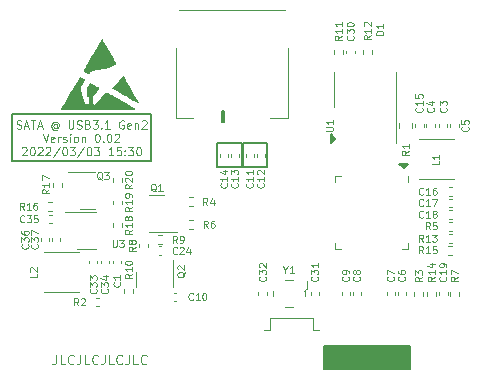
<source format=gbr>
%TF.GenerationSoftware,KiCad,Pcbnew,(6.0.4)*%
%TF.CreationDate,2022-07-06T17:36:52+08:00*%
%TF.ProjectId,JMS580_EVB,4a4d5335-3830-45f4-9556-422e6b696361,rev?*%
%TF.SameCoordinates,Original*%
%TF.FileFunction,Legend,Top*%
%TF.FilePolarity,Positive*%
%FSLAX46Y46*%
G04 Gerber Fmt 4.6, Leading zero omitted, Abs format (unit mm)*
G04 Created by KiCad (PCBNEW (6.0.4)) date 2022-07-06 17:36:52*
%MOMM*%
%LPD*%
G01*
G04 APERTURE LIST*
%ADD10C,0.150000*%
%ADD11C,0.100000*%
%ADD12C,0.120000*%
%ADD13C,0.010000*%
G04 APERTURE END LIST*
D10*
X132493161Y-70428768D02*
X132693161Y-70428768D01*
X132693161Y-70428768D02*
X132693161Y-71358768D01*
X132693161Y-71358768D02*
X132493161Y-71358768D01*
X132493161Y-71358768D02*
X132493161Y-70428768D01*
G36*
X132493161Y-70428768D02*
G01*
X132693161Y-70428768D01*
X132693161Y-71358768D01*
X132493161Y-71358768D01*
X132493161Y-70428768D01*
G37*
G36*
X142100000Y-72799999D02*
G01*
X141700000Y-73200000D01*
X141700000Y-72400000D01*
X142100000Y-72799999D01*
G37*
X142100000Y-72799999D02*
X141700000Y-73200000D01*
X141700000Y-72400000D01*
X142100000Y-72799999D01*
X141120000Y-90340000D02*
X148460000Y-90340000D01*
X148460000Y-90340000D02*
X148460000Y-92300000D01*
X148460000Y-92300000D02*
X141120000Y-92300000D01*
X141120000Y-92300000D02*
X141120000Y-90340000D01*
G36*
X141120000Y-90340000D02*
G01*
X148460000Y-90340000D01*
X148460000Y-92300000D01*
X141120000Y-92300000D01*
X141120000Y-90340000D01*
G37*
G36*
X147900000Y-75300000D02*
G01*
X147500000Y-74900000D01*
X148300000Y-74900000D01*
X147900000Y-75300000D01*
G37*
X147900000Y-75300000D02*
X147500000Y-74900000D01*
X148300000Y-74900000D01*
X147900000Y-75300000D01*
X134250000Y-73160000D02*
X136360000Y-73160000D01*
X136360000Y-73160000D02*
X136360000Y-75210000D01*
X136360000Y-75210000D02*
X134250000Y-75210000D01*
X134250000Y-75210000D02*
X134250000Y-73160000D01*
X114760000Y-70740000D02*
X126520000Y-70740000D01*
X126520000Y-70740000D02*
X126520000Y-74720000D01*
X126520000Y-74720000D02*
X114760000Y-74720000D01*
X114760000Y-74720000D02*
X114760000Y-70740000D01*
X132090000Y-73160000D02*
X134200000Y-73160000D01*
X134200000Y-73160000D02*
X134200000Y-75210000D01*
X134200000Y-75210000D02*
X132090000Y-75210000D01*
X132090000Y-75210000D02*
X132090000Y-73160000D01*
D11*
X118464761Y-91101904D02*
X118464761Y-91673333D01*
X118426666Y-91787619D01*
X118350476Y-91863809D01*
X118236190Y-91901904D01*
X118160000Y-91901904D01*
X119226666Y-91901904D02*
X118845714Y-91901904D01*
X118845714Y-91101904D01*
X119950476Y-91825714D02*
X119912380Y-91863809D01*
X119798095Y-91901904D01*
X119721904Y-91901904D01*
X119607619Y-91863809D01*
X119531428Y-91787619D01*
X119493333Y-91711428D01*
X119455238Y-91559047D01*
X119455238Y-91444761D01*
X119493333Y-91292380D01*
X119531428Y-91216190D01*
X119607619Y-91140000D01*
X119721904Y-91101904D01*
X119798095Y-91101904D01*
X119912380Y-91140000D01*
X119950476Y-91178095D01*
X120521904Y-91101904D02*
X120521904Y-91673333D01*
X120483809Y-91787619D01*
X120407619Y-91863809D01*
X120293333Y-91901904D01*
X120217142Y-91901904D01*
X121283809Y-91901904D02*
X120902857Y-91901904D01*
X120902857Y-91101904D01*
X122007619Y-91825714D02*
X121969523Y-91863809D01*
X121855238Y-91901904D01*
X121779047Y-91901904D01*
X121664761Y-91863809D01*
X121588571Y-91787619D01*
X121550476Y-91711428D01*
X121512380Y-91559047D01*
X121512380Y-91444761D01*
X121550476Y-91292380D01*
X121588571Y-91216190D01*
X121664761Y-91140000D01*
X121779047Y-91101904D01*
X121855238Y-91101904D01*
X121969523Y-91140000D01*
X122007619Y-91178095D01*
X122579047Y-91101904D02*
X122579047Y-91673333D01*
X122540952Y-91787619D01*
X122464761Y-91863809D01*
X122350476Y-91901904D01*
X122274285Y-91901904D01*
X123340952Y-91901904D02*
X122960000Y-91901904D01*
X122960000Y-91101904D01*
X124064761Y-91825714D02*
X124026666Y-91863809D01*
X123912380Y-91901904D01*
X123836190Y-91901904D01*
X123721904Y-91863809D01*
X123645714Y-91787619D01*
X123607619Y-91711428D01*
X123569523Y-91559047D01*
X123569523Y-91444761D01*
X123607619Y-91292380D01*
X123645714Y-91216190D01*
X123721904Y-91140000D01*
X123836190Y-91101904D01*
X123912380Y-91101904D01*
X124026666Y-91140000D01*
X124064761Y-91178095D01*
X124636190Y-91101904D02*
X124636190Y-91673333D01*
X124598095Y-91787619D01*
X124521904Y-91863809D01*
X124407619Y-91901904D01*
X124331428Y-91901904D01*
X125398095Y-91901904D02*
X125017142Y-91901904D01*
X125017142Y-91101904D01*
X126121904Y-91825714D02*
X126083809Y-91863809D01*
X125969523Y-91901904D01*
X125893333Y-91901904D01*
X125779047Y-91863809D01*
X125702857Y-91787619D01*
X125664761Y-91711428D01*
X125626666Y-91559047D01*
X125626666Y-91444761D01*
X125664761Y-91292380D01*
X125702857Y-91216190D01*
X125779047Y-91140000D01*
X125893333Y-91101904D01*
X125969523Y-91101904D01*
X126083809Y-91140000D01*
X126121904Y-91178095D01*
X115120000Y-71916333D02*
X115220000Y-71949666D01*
X115386666Y-71949666D01*
X115453333Y-71916333D01*
X115486666Y-71883000D01*
X115520000Y-71816333D01*
X115520000Y-71749666D01*
X115486666Y-71683000D01*
X115453333Y-71649666D01*
X115386666Y-71616333D01*
X115253333Y-71583000D01*
X115186666Y-71549666D01*
X115153333Y-71516333D01*
X115120000Y-71449666D01*
X115120000Y-71383000D01*
X115153333Y-71316333D01*
X115186666Y-71283000D01*
X115253333Y-71249666D01*
X115420000Y-71249666D01*
X115520000Y-71283000D01*
X115786666Y-71749666D02*
X116120000Y-71749666D01*
X115720000Y-71949666D02*
X115953333Y-71249666D01*
X116186666Y-71949666D01*
X116320000Y-71249666D02*
X116720000Y-71249666D01*
X116520000Y-71949666D02*
X116520000Y-71249666D01*
X116920000Y-71749666D02*
X117253333Y-71749666D01*
X116853333Y-71949666D02*
X117086666Y-71249666D01*
X117320000Y-71949666D01*
X118520000Y-71616333D02*
X118486666Y-71583000D01*
X118420000Y-71549666D01*
X118353333Y-71549666D01*
X118286666Y-71583000D01*
X118253333Y-71616333D01*
X118220000Y-71683000D01*
X118220000Y-71749666D01*
X118253333Y-71816333D01*
X118286666Y-71849666D01*
X118353333Y-71883000D01*
X118420000Y-71883000D01*
X118486666Y-71849666D01*
X118520000Y-71816333D01*
X118520000Y-71549666D02*
X118520000Y-71816333D01*
X118553333Y-71849666D01*
X118586666Y-71849666D01*
X118653333Y-71816333D01*
X118686666Y-71749666D01*
X118686666Y-71583000D01*
X118620000Y-71483000D01*
X118520000Y-71416333D01*
X118386666Y-71383000D01*
X118253333Y-71416333D01*
X118153333Y-71483000D01*
X118086666Y-71583000D01*
X118053333Y-71716333D01*
X118086666Y-71849666D01*
X118153333Y-71949666D01*
X118253333Y-72016333D01*
X118386666Y-72049666D01*
X118520000Y-72016333D01*
X118620000Y-71949666D01*
X119520000Y-71249666D02*
X119520000Y-71816333D01*
X119553333Y-71883000D01*
X119586666Y-71916333D01*
X119653333Y-71949666D01*
X119786666Y-71949666D01*
X119853333Y-71916333D01*
X119886666Y-71883000D01*
X119920000Y-71816333D01*
X119920000Y-71249666D01*
X120220000Y-71916333D02*
X120320000Y-71949666D01*
X120486666Y-71949666D01*
X120553333Y-71916333D01*
X120586666Y-71883000D01*
X120620000Y-71816333D01*
X120620000Y-71749666D01*
X120586666Y-71683000D01*
X120553333Y-71649666D01*
X120486666Y-71616333D01*
X120353333Y-71583000D01*
X120286666Y-71549666D01*
X120253333Y-71516333D01*
X120220000Y-71449666D01*
X120220000Y-71383000D01*
X120253333Y-71316333D01*
X120286666Y-71283000D01*
X120353333Y-71249666D01*
X120520000Y-71249666D01*
X120620000Y-71283000D01*
X121153333Y-71583000D02*
X121253333Y-71616333D01*
X121286666Y-71649666D01*
X121320000Y-71716333D01*
X121320000Y-71816333D01*
X121286666Y-71883000D01*
X121253333Y-71916333D01*
X121186666Y-71949666D01*
X120920000Y-71949666D01*
X120920000Y-71249666D01*
X121153333Y-71249666D01*
X121220000Y-71283000D01*
X121253333Y-71316333D01*
X121286666Y-71383000D01*
X121286666Y-71449666D01*
X121253333Y-71516333D01*
X121220000Y-71549666D01*
X121153333Y-71583000D01*
X120920000Y-71583000D01*
X121553333Y-71249666D02*
X121986666Y-71249666D01*
X121753333Y-71516333D01*
X121853333Y-71516333D01*
X121920000Y-71549666D01*
X121953333Y-71583000D01*
X121986666Y-71649666D01*
X121986666Y-71816333D01*
X121953333Y-71883000D01*
X121920000Y-71916333D01*
X121853333Y-71949666D01*
X121653333Y-71949666D01*
X121586666Y-71916333D01*
X121553333Y-71883000D01*
X122286666Y-71883000D02*
X122320000Y-71916333D01*
X122286666Y-71949666D01*
X122253333Y-71916333D01*
X122286666Y-71883000D01*
X122286666Y-71949666D01*
X122986666Y-71949666D02*
X122586666Y-71949666D01*
X122786666Y-71949666D02*
X122786666Y-71249666D01*
X122720000Y-71349666D01*
X122653333Y-71416333D01*
X122586666Y-71449666D01*
X124186666Y-71283000D02*
X124120000Y-71249666D01*
X124020000Y-71249666D01*
X123920000Y-71283000D01*
X123853333Y-71349666D01*
X123820000Y-71416333D01*
X123786666Y-71549666D01*
X123786666Y-71649666D01*
X123820000Y-71783000D01*
X123853333Y-71849666D01*
X123920000Y-71916333D01*
X124020000Y-71949666D01*
X124086666Y-71949666D01*
X124186666Y-71916333D01*
X124220000Y-71883000D01*
X124220000Y-71649666D01*
X124086666Y-71649666D01*
X124786666Y-71916333D02*
X124720000Y-71949666D01*
X124586666Y-71949666D01*
X124520000Y-71916333D01*
X124486666Y-71849666D01*
X124486666Y-71583000D01*
X124520000Y-71516333D01*
X124586666Y-71483000D01*
X124720000Y-71483000D01*
X124786666Y-71516333D01*
X124820000Y-71583000D01*
X124820000Y-71649666D01*
X124486666Y-71716333D01*
X125120000Y-71483000D02*
X125120000Y-71949666D01*
X125120000Y-71549666D02*
X125153333Y-71516333D01*
X125220000Y-71483000D01*
X125320000Y-71483000D01*
X125386666Y-71516333D01*
X125420000Y-71583000D01*
X125420000Y-71949666D01*
X125720000Y-71316333D02*
X125753333Y-71283000D01*
X125820000Y-71249666D01*
X125986666Y-71249666D01*
X126053333Y-71283000D01*
X126086666Y-71316333D01*
X126120000Y-71383000D01*
X126120000Y-71449666D01*
X126086666Y-71549666D01*
X125686666Y-71949666D01*
X126120000Y-71949666D01*
X117353333Y-72376666D02*
X117586666Y-73076666D01*
X117820000Y-72376666D01*
X118320000Y-73043333D02*
X118253333Y-73076666D01*
X118120000Y-73076666D01*
X118053333Y-73043333D01*
X118020000Y-72976666D01*
X118020000Y-72710000D01*
X118053333Y-72643333D01*
X118120000Y-72610000D01*
X118253333Y-72610000D01*
X118320000Y-72643333D01*
X118353333Y-72710000D01*
X118353333Y-72776666D01*
X118020000Y-72843333D01*
X118653333Y-73076666D02*
X118653333Y-72610000D01*
X118653333Y-72743333D02*
X118686666Y-72676666D01*
X118720000Y-72643333D01*
X118786666Y-72610000D01*
X118853333Y-72610000D01*
X119053333Y-73043333D02*
X119120000Y-73076666D01*
X119253333Y-73076666D01*
X119320000Y-73043333D01*
X119353333Y-72976666D01*
X119353333Y-72943333D01*
X119320000Y-72876666D01*
X119253333Y-72843333D01*
X119153333Y-72843333D01*
X119086666Y-72810000D01*
X119053333Y-72743333D01*
X119053333Y-72710000D01*
X119086666Y-72643333D01*
X119153333Y-72610000D01*
X119253333Y-72610000D01*
X119320000Y-72643333D01*
X119653333Y-73076666D02*
X119653333Y-72610000D01*
X119653333Y-72376666D02*
X119620000Y-72410000D01*
X119653333Y-72443333D01*
X119686666Y-72410000D01*
X119653333Y-72376666D01*
X119653333Y-72443333D01*
X120086666Y-73076666D02*
X120020000Y-73043333D01*
X119986666Y-73010000D01*
X119953333Y-72943333D01*
X119953333Y-72743333D01*
X119986666Y-72676666D01*
X120020000Y-72643333D01*
X120086666Y-72610000D01*
X120186666Y-72610000D01*
X120253333Y-72643333D01*
X120286666Y-72676666D01*
X120320000Y-72743333D01*
X120320000Y-72943333D01*
X120286666Y-73010000D01*
X120253333Y-73043333D01*
X120186666Y-73076666D01*
X120086666Y-73076666D01*
X120620000Y-72610000D02*
X120620000Y-73076666D01*
X120620000Y-72676666D02*
X120653333Y-72643333D01*
X120720000Y-72610000D01*
X120820000Y-72610000D01*
X120886666Y-72643333D01*
X120920000Y-72710000D01*
X120920000Y-73076666D01*
X121920000Y-72376666D02*
X121986666Y-72376666D01*
X122053333Y-72410000D01*
X122086666Y-72443333D01*
X122120000Y-72510000D01*
X122153333Y-72643333D01*
X122153333Y-72810000D01*
X122120000Y-72943333D01*
X122086666Y-73010000D01*
X122053333Y-73043333D01*
X121986666Y-73076666D01*
X121920000Y-73076666D01*
X121853333Y-73043333D01*
X121820000Y-73010000D01*
X121786666Y-72943333D01*
X121753333Y-72810000D01*
X121753333Y-72643333D01*
X121786666Y-72510000D01*
X121820000Y-72443333D01*
X121853333Y-72410000D01*
X121920000Y-72376666D01*
X122453333Y-73010000D02*
X122486666Y-73043333D01*
X122453333Y-73076666D01*
X122420000Y-73043333D01*
X122453333Y-73010000D01*
X122453333Y-73076666D01*
X122920000Y-72376666D02*
X122986666Y-72376666D01*
X123053333Y-72410000D01*
X123086666Y-72443333D01*
X123120000Y-72510000D01*
X123153333Y-72643333D01*
X123153333Y-72810000D01*
X123120000Y-72943333D01*
X123086666Y-73010000D01*
X123053333Y-73043333D01*
X122986666Y-73076666D01*
X122920000Y-73076666D01*
X122853333Y-73043333D01*
X122820000Y-73010000D01*
X122786666Y-72943333D01*
X122753333Y-72810000D01*
X122753333Y-72643333D01*
X122786666Y-72510000D01*
X122820000Y-72443333D01*
X122853333Y-72410000D01*
X122920000Y-72376666D01*
X123420000Y-72443333D02*
X123453333Y-72410000D01*
X123520000Y-72376666D01*
X123686666Y-72376666D01*
X123753333Y-72410000D01*
X123786666Y-72443333D01*
X123820000Y-72510000D01*
X123820000Y-72576666D01*
X123786666Y-72676666D01*
X123386666Y-73076666D01*
X123820000Y-73076666D01*
X115586666Y-73570333D02*
X115620000Y-73537000D01*
X115686666Y-73503666D01*
X115853333Y-73503666D01*
X115920000Y-73537000D01*
X115953333Y-73570333D01*
X115986666Y-73637000D01*
X115986666Y-73703666D01*
X115953333Y-73803666D01*
X115553333Y-74203666D01*
X115986666Y-74203666D01*
X116420000Y-73503666D02*
X116486666Y-73503666D01*
X116553333Y-73537000D01*
X116586666Y-73570333D01*
X116620000Y-73637000D01*
X116653333Y-73770333D01*
X116653333Y-73937000D01*
X116620000Y-74070333D01*
X116586666Y-74137000D01*
X116553333Y-74170333D01*
X116486666Y-74203666D01*
X116420000Y-74203666D01*
X116353333Y-74170333D01*
X116320000Y-74137000D01*
X116286666Y-74070333D01*
X116253333Y-73937000D01*
X116253333Y-73770333D01*
X116286666Y-73637000D01*
X116320000Y-73570333D01*
X116353333Y-73537000D01*
X116420000Y-73503666D01*
X116920000Y-73570333D02*
X116953333Y-73537000D01*
X117020000Y-73503666D01*
X117186666Y-73503666D01*
X117253333Y-73537000D01*
X117286666Y-73570333D01*
X117320000Y-73637000D01*
X117320000Y-73703666D01*
X117286666Y-73803666D01*
X116886666Y-74203666D01*
X117320000Y-74203666D01*
X117586666Y-73570333D02*
X117620000Y-73537000D01*
X117686666Y-73503666D01*
X117853333Y-73503666D01*
X117920000Y-73537000D01*
X117953333Y-73570333D01*
X117986666Y-73637000D01*
X117986666Y-73703666D01*
X117953333Y-73803666D01*
X117553333Y-74203666D01*
X117986666Y-74203666D01*
X118786666Y-73470333D02*
X118186666Y-74370333D01*
X119153333Y-73503666D02*
X119220000Y-73503666D01*
X119286666Y-73537000D01*
X119320000Y-73570333D01*
X119353333Y-73637000D01*
X119386666Y-73770333D01*
X119386666Y-73937000D01*
X119353333Y-74070333D01*
X119320000Y-74137000D01*
X119286666Y-74170333D01*
X119220000Y-74203666D01*
X119153333Y-74203666D01*
X119086666Y-74170333D01*
X119053333Y-74137000D01*
X119020000Y-74070333D01*
X118986666Y-73937000D01*
X118986666Y-73770333D01*
X119020000Y-73637000D01*
X119053333Y-73570333D01*
X119086666Y-73537000D01*
X119153333Y-73503666D01*
X119620000Y-73503666D02*
X120053333Y-73503666D01*
X119820000Y-73770333D01*
X119920000Y-73770333D01*
X119986666Y-73803666D01*
X120020000Y-73837000D01*
X120053333Y-73903666D01*
X120053333Y-74070333D01*
X120020000Y-74137000D01*
X119986666Y-74170333D01*
X119920000Y-74203666D01*
X119720000Y-74203666D01*
X119653333Y-74170333D01*
X119620000Y-74137000D01*
X120853333Y-73470333D02*
X120253333Y-74370333D01*
X121220000Y-73503666D02*
X121286666Y-73503666D01*
X121353333Y-73537000D01*
X121386666Y-73570333D01*
X121420000Y-73637000D01*
X121453333Y-73770333D01*
X121453333Y-73937000D01*
X121420000Y-74070333D01*
X121386666Y-74137000D01*
X121353333Y-74170333D01*
X121286666Y-74203666D01*
X121220000Y-74203666D01*
X121153333Y-74170333D01*
X121120000Y-74137000D01*
X121086666Y-74070333D01*
X121053333Y-73937000D01*
X121053333Y-73770333D01*
X121086666Y-73637000D01*
X121120000Y-73570333D01*
X121153333Y-73537000D01*
X121220000Y-73503666D01*
X121686666Y-73503666D02*
X122120000Y-73503666D01*
X121886666Y-73770333D01*
X121986666Y-73770333D01*
X122053333Y-73803666D01*
X122086666Y-73837000D01*
X122120000Y-73903666D01*
X122120000Y-74070333D01*
X122086666Y-74137000D01*
X122053333Y-74170333D01*
X121986666Y-74203666D01*
X121786666Y-74203666D01*
X121720000Y-74170333D01*
X121686666Y-74137000D01*
X123320000Y-74203666D02*
X122920000Y-74203666D01*
X123120000Y-74203666D02*
X123120000Y-73503666D01*
X123053333Y-73603666D01*
X122986666Y-73670333D01*
X122920000Y-73703666D01*
X123953333Y-73503666D02*
X123620000Y-73503666D01*
X123586666Y-73837000D01*
X123620000Y-73803666D01*
X123686666Y-73770333D01*
X123853333Y-73770333D01*
X123920000Y-73803666D01*
X123953333Y-73837000D01*
X123986666Y-73903666D01*
X123986666Y-74070333D01*
X123953333Y-74137000D01*
X123920000Y-74170333D01*
X123853333Y-74203666D01*
X123686666Y-74203666D01*
X123620000Y-74170333D01*
X123586666Y-74137000D01*
X124286666Y-74137000D02*
X124320000Y-74170333D01*
X124286666Y-74203666D01*
X124253333Y-74170333D01*
X124286666Y-74137000D01*
X124286666Y-74203666D01*
X124286666Y-73770333D02*
X124320000Y-73803666D01*
X124286666Y-73837000D01*
X124253333Y-73803666D01*
X124286666Y-73770333D01*
X124286666Y-73837000D01*
X124553333Y-73503666D02*
X124986666Y-73503666D01*
X124753333Y-73770333D01*
X124853333Y-73770333D01*
X124920000Y-73803666D01*
X124953333Y-73837000D01*
X124986666Y-73903666D01*
X124986666Y-74070333D01*
X124953333Y-74137000D01*
X124920000Y-74170333D01*
X124853333Y-74203666D01*
X124653333Y-74203666D01*
X124586666Y-74170333D01*
X124553333Y-74137000D01*
X125420000Y-73503666D02*
X125486666Y-73503666D01*
X125553333Y-73537000D01*
X125586666Y-73570333D01*
X125620000Y-73637000D01*
X125653333Y-73770333D01*
X125653333Y-73937000D01*
X125620000Y-74070333D01*
X125586666Y-74137000D01*
X125553333Y-74170333D01*
X125486666Y-74203666D01*
X125420000Y-74203666D01*
X125353333Y-74170333D01*
X125320000Y-74137000D01*
X125286666Y-74070333D01*
X125253333Y-73937000D01*
X125253333Y-73770333D01*
X125286666Y-73637000D01*
X125320000Y-73570333D01*
X125353333Y-73537000D01*
X125420000Y-73503666D01*
%TO.C,C14*%
X132899284Y-76575714D02*
X132927856Y-76604285D01*
X132956427Y-76690000D01*
X132956427Y-76747142D01*
X132927856Y-76832857D01*
X132870713Y-76890000D01*
X132813570Y-76918571D01*
X132699284Y-76947142D01*
X132613570Y-76947142D01*
X132499284Y-76918571D01*
X132442141Y-76890000D01*
X132384999Y-76832857D01*
X132356427Y-76747142D01*
X132356427Y-76690000D01*
X132384999Y-76604285D01*
X132413570Y-76575714D01*
X132956427Y-76004285D02*
X132956427Y-76347142D01*
X132956427Y-76175714D02*
X132356427Y-76175714D01*
X132442141Y-76232857D01*
X132499284Y-76290000D01*
X132527856Y-76347142D01*
X132556427Y-75490000D02*
X132956427Y-75490000D01*
X132327856Y-75632857D02*
X132756427Y-75775714D01*
X132756427Y-75404285D01*
%TO.C,L1*%
X150916427Y-74680000D02*
X150916427Y-74965714D01*
X150316427Y-74965714D01*
X150916427Y-74165714D02*
X150916427Y-74508571D01*
X150916427Y-74337142D02*
X150316427Y-74337142D01*
X150402141Y-74394285D01*
X150459284Y-74451428D01*
X150487856Y-74508571D01*
%TO.C,Y1*%
X137879284Y-83915714D02*
X137879284Y-84201428D01*
X137679284Y-83601428D02*
X137879284Y-83915714D01*
X138079284Y-83601428D01*
X138593570Y-84201428D02*
X138250713Y-84201428D01*
X138422141Y-84201428D02*
X138422141Y-83601428D01*
X138364999Y-83687142D01*
X138307856Y-83744285D01*
X138250713Y-83772857D01*
%TO.C,R10*%
X124891428Y-84255714D02*
X124605714Y-84455714D01*
X124891428Y-84598571D02*
X124291428Y-84598571D01*
X124291428Y-84370000D01*
X124320000Y-84312857D01*
X124348571Y-84284285D01*
X124405714Y-84255714D01*
X124491428Y-84255714D01*
X124548571Y-84284285D01*
X124577142Y-84312857D01*
X124605714Y-84370000D01*
X124605714Y-84598571D01*
X124891428Y-83684285D02*
X124891428Y-84027142D01*
X124891428Y-83855714D02*
X124291428Y-83855714D01*
X124377142Y-83912857D01*
X124434285Y-83970000D01*
X124462857Y-84027142D01*
X124291428Y-83312857D02*
X124291428Y-83255714D01*
X124320000Y-83198571D01*
X124348571Y-83170000D01*
X124405714Y-83141428D01*
X124520000Y-83112857D01*
X124662857Y-83112857D01*
X124777142Y-83141428D01*
X124834285Y-83170000D01*
X124862857Y-83198571D01*
X124891428Y-83255714D01*
X124891428Y-83312857D01*
X124862857Y-83370000D01*
X124834285Y-83398571D01*
X124777142Y-83427142D01*
X124662857Y-83455714D01*
X124520000Y-83455714D01*
X124405714Y-83427142D01*
X124348571Y-83398571D01*
X124320000Y-83370000D01*
X124291428Y-83312857D01*
%TO.C,U1*%
X141301428Y-72137142D02*
X141787142Y-72137142D01*
X141844285Y-72108571D01*
X141872857Y-72080000D01*
X141901428Y-72022857D01*
X141901428Y-71908571D01*
X141872857Y-71851428D01*
X141844285Y-71822857D01*
X141787142Y-71794285D01*
X141301428Y-71794285D01*
X141901428Y-71194285D02*
X141901428Y-71537142D01*
X141901428Y-71365714D02*
X141301428Y-71365714D01*
X141387142Y-71422857D01*
X141444285Y-71480000D01*
X141472857Y-71537142D01*
%TO.C,C34*%
X122794285Y-85515714D02*
X122822857Y-85544285D01*
X122851428Y-85630000D01*
X122851428Y-85687142D01*
X122822857Y-85772857D01*
X122765714Y-85830000D01*
X122708571Y-85858571D01*
X122594285Y-85887142D01*
X122508571Y-85887142D01*
X122394285Y-85858571D01*
X122337142Y-85830000D01*
X122280000Y-85772857D01*
X122251428Y-85687142D01*
X122251428Y-85630000D01*
X122280000Y-85544285D01*
X122308571Y-85515714D01*
X122251428Y-85315714D02*
X122251428Y-84944285D01*
X122480000Y-85144285D01*
X122480000Y-85058571D01*
X122508571Y-85001428D01*
X122537142Y-84972857D01*
X122594285Y-84944285D01*
X122737142Y-84944285D01*
X122794285Y-84972857D01*
X122822857Y-85001428D01*
X122851428Y-85058571D01*
X122851428Y-85230000D01*
X122822857Y-85287142D01*
X122794285Y-85315714D01*
X122451428Y-84430000D02*
X122851428Y-84430000D01*
X122222857Y-84572857D02*
X122651428Y-84715714D01*
X122651428Y-84344285D01*
%TO.C,R2*%
X120340000Y-86911428D02*
X120140000Y-86625714D01*
X119997142Y-86911428D02*
X119997142Y-86311428D01*
X120225714Y-86311428D01*
X120282857Y-86340000D01*
X120311428Y-86368571D01*
X120340000Y-86425714D01*
X120340000Y-86511428D01*
X120311428Y-86568571D01*
X120282857Y-86597142D01*
X120225714Y-86625714D01*
X119997142Y-86625714D01*
X120568571Y-86368571D02*
X120597142Y-86340000D01*
X120654285Y-86311428D01*
X120797142Y-86311428D01*
X120854285Y-86340000D01*
X120882857Y-86368571D01*
X120911428Y-86425714D01*
X120911428Y-86482857D01*
X120882857Y-86568571D01*
X120540000Y-86911428D01*
X120911428Y-86911428D01*
%TO.C,L2*%
X116821428Y-84210000D02*
X116821428Y-84495714D01*
X116221428Y-84495714D01*
X116278571Y-84038571D02*
X116250000Y-84010000D01*
X116221428Y-83952857D01*
X116221428Y-83810000D01*
X116250000Y-83752857D01*
X116278571Y-83724285D01*
X116335714Y-83695714D01*
X116392857Y-83695714D01*
X116478571Y-83724285D01*
X116821428Y-84067142D01*
X116821428Y-83695714D01*
%TO.C,R17*%
X117881428Y-77075714D02*
X117595714Y-77275714D01*
X117881428Y-77418571D02*
X117281428Y-77418571D01*
X117281428Y-77190000D01*
X117310000Y-77132857D01*
X117338571Y-77104285D01*
X117395714Y-77075714D01*
X117481428Y-77075714D01*
X117538571Y-77104285D01*
X117567142Y-77132857D01*
X117595714Y-77190000D01*
X117595714Y-77418571D01*
X117881428Y-76504285D02*
X117881428Y-76847142D01*
X117881428Y-76675714D02*
X117281428Y-76675714D01*
X117367142Y-76732857D01*
X117424285Y-76790000D01*
X117452857Y-76847142D01*
X117281428Y-76304285D02*
X117281428Y-75904285D01*
X117881428Y-76161428D01*
%TO.C,C24*%
X128694285Y-82514285D02*
X128665714Y-82542857D01*
X128580000Y-82571428D01*
X128522857Y-82571428D01*
X128437142Y-82542857D01*
X128380000Y-82485714D01*
X128351428Y-82428571D01*
X128322857Y-82314285D01*
X128322857Y-82228571D01*
X128351428Y-82114285D01*
X128380000Y-82057142D01*
X128437142Y-82000000D01*
X128522857Y-81971428D01*
X128580000Y-81971428D01*
X128665714Y-82000000D01*
X128694285Y-82028571D01*
X128922857Y-82028571D02*
X128951428Y-82000000D01*
X129008571Y-81971428D01*
X129151428Y-81971428D01*
X129208571Y-82000000D01*
X129237142Y-82028571D01*
X129265714Y-82085714D01*
X129265714Y-82142857D01*
X129237142Y-82228571D01*
X128894285Y-82571428D01*
X129265714Y-82571428D01*
X129780000Y-82171428D02*
X129780000Y-82571428D01*
X129637142Y-81942857D02*
X129494285Y-82371428D01*
X129865714Y-82371428D01*
%TO.C,R19*%
X124891428Y-78575714D02*
X124605714Y-78775714D01*
X124891428Y-78918571D02*
X124291428Y-78918571D01*
X124291428Y-78690000D01*
X124320000Y-78632857D01*
X124348571Y-78604285D01*
X124405714Y-78575714D01*
X124491428Y-78575714D01*
X124548571Y-78604285D01*
X124577142Y-78632857D01*
X124605714Y-78690000D01*
X124605714Y-78918571D01*
X124891428Y-78004285D02*
X124891428Y-78347142D01*
X124891428Y-78175714D02*
X124291428Y-78175714D01*
X124377142Y-78232857D01*
X124434285Y-78290000D01*
X124462857Y-78347142D01*
X124891428Y-77718571D02*
X124891428Y-77604285D01*
X124862857Y-77547142D01*
X124834285Y-77518571D01*
X124748571Y-77461428D01*
X124634285Y-77432857D01*
X124405714Y-77432857D01*
X124348571Y-77461428D01*
X124320000Y-77490000D01*
X124291428Y-77547142D01*
X124291428Y-77661428D01*
X124320000Y-77718571D01*
X124348571Y-77747142D01*
X124405714Y-77775714D01*
X124548571Y-77775714D01*
X124605714Y-77747142D01*
X124634285Y-77718571D01*
X124662857Y-77661428D01*
X124662857Y-77547142D01*
X124634285Y-77490000D01*
X124605714Y-77461428D01*
X124548571Y-77432857D01*
%TO.C,R3*%
X149461428Y-84500000D02*
X149175714Y-84700000D01*
X149461428Y-84842857D02*
X148861428Y-84842857D01*
X148861428Y-84614285D01*
X148890000Y-84557142D01*
X148918571Y-84528571D01*
X148975714Y-84500000D01*
X149061428Y-84500000D01*
X149118571Y-84528571D01*
X149147142Y-84557142D01*
X149175714Y-84614285D01*
X149175714Y-84842857D01*
X148861428Y-84300000D02*
X148861428Y-83928571D01*
X149090000Y-84128571D01*
X149090000Y-84042857D01*
X149118571Y-83985714D01*
X149147142Y-83957142D01*
X149204285Y-83928571D01*
X149347142Y-83928571D01*
X149404285Y-83957142D01*
X149432857Y-83985714D01*
X149461428Y-84042857D01*
X149461428Y-84214285D01*
X149432857Y-84271428D01*
X149404285Y-84300000D01*
%TO.C,R1*%
X148331428Y-73800000D02*
X148045714Y-74000000D01*
X148331428Y-74142857D02*
X147731428Y-74142857D01*
X147731428Y-73914285D01*
X147760000Y-73857142D01*
X147788571Y-73828571D01*
X147845714Y-73800000D01*
X147931428Y-73800000D01*
X147988571Y-73828571D01*
X148017142Y-73857142D01*
X148045714Y-73914285D01*
X148045714Y-74142857D01*
X148331428Y-73228571D02*
X148331428Y-73571428D01*
X148331428Y-73400000D02*
X147731428Y-73400000D01*
X147817142Y-73457142D01*
X147874285Y-73514285D01*
X147902857Y-73571428D01*
%TO.C,C11*%
X135079284Y-76575714D02*
X135107856Y-76604285D01*
X135136427Y-76690000D01*
X135136427Y-76747142D01*
X135107856Y-76832857D01*
X135050713Y-76890000D01*
X134993570Y-76918571D01*
X134879284Y-76947142D01*
X134793570Y-76947142D01*
X134679284Y-76918571D01*
X134622141Y-76890000D01*
X134564999Y-76832857D01*
X134536427Y-76747142D01*
X134536427Y-76690000D01*
X134564999Y-76604285D01*
X134593570Y-76575714D01*
X135136427Y-76004285D02*
X135136427Y-76347142D01*
X135136427Y-76175714D02*
X134536427Y-76175714D01*
X134622141Y-76232857D01*
X134679284Y-76290000D01*
X134707856Y-76347142D01*
X135136427Y-75432857D02*
X135136427Y-75775714D01*
X135136427Y-75604285D02*
X134536427Y-75604285D01*
X134622141Y-75661428D01*
X134679284Y-75718571D01*
X134707856Y-75775714D01*
%TO.C,C6*%
X147949284Y-84471428D02*
X147977856Y-84499999D01*
X148006427Y-84585713D01*
X148006427Y-84642856D01*
X147977856Y-84728570D01*
X147920713Y-84785713D01*
X147863570Y-84814285D01*
X147749284Y-84842856D01*
X147663570Y-84842856D01*
X147549284Y-84814285D01*
X147492141Y-84785713D01*
X147434999Y-84728570D01*
X147406427Y-84642856D01*
X147406427Y-84585713D01*
X147434999Y-84499999D01*
X147463570Y-84471428D01*
X147406427Y-83957142D02*
X147406427Y-84071428D01*
X147434999Y-84128570D01*
X147463570Y-84157142D01*
X147549284Y-84214285D01*
X147663570Y-84242856D01*
X147892141Y-84242856D01*
X147949284Y-84214285D01*
X147977856Y-84185713D01*
X148006427Y-84128570D01*
X148006427Y-84014285D01*
X147977856Y-83957142D01*
X147949284Y-83928570D01*
X147892141Y-83899999D01*
X147749284Y-83899999D01*
X147692141Y-83928570D01*
X147663570Y-83957142D01*
X147634999Y-84014285D01*
X147634999Y-84128570D01*
X147663570Y-84185713D01*
X147692141Y-84214285D01*
X147749284Y-84242856D01*
%TO.C,C33*%
X121844288Y-85515714D02*
X121872860Y-85544285D01*
X121901431Y-85630000D01*
X121901431Y-85687142D01*
X121872860Y-85772857D01*
X121815717Y-85830000D01*
X121758574Y-85858571D01*
X121644288Y-85887142D01*
X121558574Y-85887142D01*
X121444288Y-85858571D01*
X121387145Y-85830000D01*
X121330003Y-85772857D01*
X121301431Y-85687142D01*
X121301431Y-85630000D01*
X121330003Y-85544285D01*
X121358574Y-85515714D01*
X121301431Y-85315714D02*
X121301431Y-84944285D01*
X121530003Y-85144285D01*
X121530003Y-85058571D01*
X121558574Y-85001428D01*
X121587145Y-84972857D01*
X121644288Y-84944285D01*
X121787145Y-84944285D01*
X121844288Y-84972857D01*
X121872860Y-85001428D01*
X121901431Y-85058571D01*
X121901431Y-85230000D01*
X121872860Y-85287142D01*
X121844288Y-85315714D01*
X121301431Y-84744285D02*
X121301431Y-84372857D01*
X121530003Y-84572857D01*
X121530003Y-84487142D01*
X121558574Y-84430000D01*
X121587145Y-84401428D01*
X121644288Y-84372857D01*
X121787145Y-84372857D01*
X121844288Y-84401428D01*
X121872860Y-84430000D01*
X121901431Y-84487142D01*
X121901431Y-84658571D01*
X121872860Y-84715714D01*
X121844288Y-84744285D01*
%TO.C,R4*%
X131280000Y-78421428D02*
X131080000Y-78135714D01*
X130937142Y-78421428D02*
X130937142Y-77821428D01*
X131165714Y-77821428D01*
X131222857Y-77850000D01*
X131251428Y-77878571D01*
X131280000Y-77935714D01*
X131280000Y-78021428D01*
X131251428Y-78078571D01*
X131222857Y-78107142D01*
X131165714Y-78135714D01*
X130937142Y-78135714D01*
X131794285Y-78021428D02*
X131794285Y-78421428D01*
X131651428Y-77792857D02*
X131508571Y-78221428D01*
X131880000Y-78221428D01*
%TO.C,R7*%
X152481428Y-84490000D02*
X152195714Y-84690000D01*
X152481428Y-84832857D02*
X151881428Y-84832857D01*
X151881428Y-84604285D01*
X151910000Y-84547142D01*
X151938571Y-84518571D01*
X151995714Y-84490000D01*
X152081428Y-84490000D01*
X152138571Y-84518571D01*
X152167142Y-84547142D01*
X152195714Y-84604285D01*
X152195714Y-84832857D01*
X151881428Y-84290000D02*
X151881428Y-83890000D01*
X152481428Y-84147142D01*
%TO.C,Q1*%
X126932857Y-77258571D02*
X126875714Y-77230000D01*
X126818571Y-77172857D01*
X126732857Y-77087142D01*
X126675714Y-77058571D01*
X126618571Y-77058571D01*
X126647142Y-77201428D02*
X126590000Y-77172857D01*
X126532857Y-77115714D01*
X126504285Y-77001428D01*
X126504285Y-76801428D01*
X126532857Y-76687142D01*
X126590000Y-76630000D01*
X126647142Y-76601428D01*
X126761428Y-76601428D01*
X126818571Y-76630000D01*
X126875714Y-76687142D01*
X126904285Y-76801428D01*
X126904285Y-77001428D01*
X126875714Y-77115714D01*
X126818571Y-77172857D01*
X126761428Y-77201428D01*
X126647142Y-77201428D01*
X127475714Y-77201428D02*
X127132857Y-77201428D01*
X127304285Y-77201428D02*
X127304285Y-76601428D01*
X127247142Y-76687142D01*
X127190000Y-76744285D01*
X127132857Y-76772857D01*
%TO.C,Q3*%
X122382857Y-76278571D02*
X122325714Y-76250000D01*
X122268571Y-76192857D01*
X122182857Y-76107142D01*
X122125714Y-76078571D01*
X122068571Y-76078571D01*
X122097142Y-76221428D02*
X122040000Y-76192857D01*
X121982857Y-76135714D01*
X121954285Y-76021428D01*
X121954285Y-75821428D01*
X121982857Y-75707142D01*
X122040000Y-75650000D01*
X122097142Y-75621428D01*
X122211428Y-75621428D01*
X122268571Y-75650000D01*
X122325714Y-75707142D01*
X122354285Y-75821428D01*
X122354285Y-76021428D01*
X122325714Y-76135714D01*
X122268571Y-76192857D01*
X122211428Y-76221428D01*
X122097142Y-76221428D01*
X122554285Y-75621428D02*
X122925714Y-75621428D01*
X122725714Y-75850000D01*
X122811428Y-75850000D01*
X122868571Y-75878571D01*
X122897142Y-75907142D01*
X122925714Y-75964285D01*
X122925714Y-76107142D01*
X122897142Y-76164285D01*
X122868571Y-76192857D01*
X122811428Y-76221428D01*
X122640000Y-76221428D01*
X122582857Y-76192857D01*
X122554285Y-76164285D01*
%TO.C,C18*%
X149539284Y-79434285D02*
X149510713Y-79462857D01*
X149424999Y-79491428D01*
X149367856Y-79491428D01*
X149282141Y-79462857D01*
X149224999Y-79405714D01*
X149196427Y-79348571D01*
X149167856Y-79234285D01*
X149167856Y-79148571D01*
X149196427Y-79034285D01*
X149224999Y-78977142D01*
X149282141Y-78920000D01*
X149367856Y-78891428D01*
X149424999Y-78891428D01*
X149510713Y-78920000D01*
X149539284Y-78948571D01*
X150110713Y-79491428D02*
X149767856Y-79491428D01*
X149939284Y-79491428D02*
X149939284Y-78891428D01*
X149882141Y-78977142D01*
X149824999Y-79034285D01*
X149767856Y-79062857D01*
X150453570Y-79148571D02*
X150396427Y-79120000D01*
X150367856Y-79091428D01*
X150339284Y-79034285D01*
X150339284Y-79005714D01*
X150367856Y-78948571D01*
X150396427Y-78920000D01*
X150453570Y-78891428D01*
X150567856Y-78891428D01*
X150624999Y-78920000D01*
X150653570Y-78948571D01*
X150682141Y-79005714D01*
X150682141Y-79034285D01*
X150653570Y-79091428D01*
X150624999Y-79120000D01*
X150567856Y-79148571D01*
X150453570Y-79148571D01*
X150396427Y-79177142D01*
X150367856Y-79205714D01*
X150339284Y-79262857D01*
X150339284Y-79377142D01*
X150367856Y-79434285D01*
X150396427Y-79462857D01*
X150453570Y-79491428D01*
X150567856Y-79491428D01*
X150624999Y-79462857D01*
X150653570Y-79434285D01*
X150682141Y-79377142D01*
X150682141Y-79262857D01*
X150653570Y-79205714D01*
X150624999Y-79177142D01*
X150567856Y-79148571D01*
%TO.C,U3*%
X123252857Y-81371428D02*
X123252857Y-81857142D01*
X123281428Y-81914285D01*
X123310000Y-81942857D01*
X123367142Y-81971428D01*
X123481428Y-81971428D01*
X123538571Y-81942857D01*
X123567142Y-81914285D01*
X123595714Y-81857142D01*
X123595714Y-81371428D01*
X123824285Y-81371428D02*
X124195714Y-81371428D01*
X123995714Y-81600000D01*
X124081428Y-81600000D01*
X124138571Y-81628571D01*
X124167142Y-81657142D01*
X124195714Y-81714285D01*
X124195714Y-81857142D01*
X124167142Y-81914285D01*
X124138571Y-81942857D01*
X124081428Y-81971428D01*
X123910000Y-81971428D01*
X123852857Y-81942857D01*
X123824285Y-81914285D01*
%TO.C,C3*%
X151484285Y-70170000D02*
X151512857Y-70198571D01*
X151541428Y-70284285D01*
X151541428Y-70341428D01*
X151512857Y-70427142D01*
X151455714Y-70484285D01*
X151398571Y-70512857D01*
X151284285Y-70541428D01*
X151198571Y-70541428D01*
X151084285Y-70512857D01*
X151027142Y-70484285D01*
X150970000Y-70427142D01*
X150941428Y-70341428D01*
X150941428Y-70284285D01*
X150970000Y-70198571D01*
X150998571Y-70170000D01*
X150941428Y-69970000D02*
X150941428Y-69598571D01*
X151170000Y-69798571D01*
X151170000Y-69712857D01*
X151198571Y-69655714D01*
X151227142Y-69627142D01*
X151284285Y-69598571D01*
X151427142Y-69598571D01*
X151484285Y-69627142D01*
X151512857Y-69655714D01*
X151541428Y-69712857D01*
X151541428Y-69884285D01*
X151512857Y-69941428D01*
X151484285Y-69970000D01*
%TO.C,R8*%
X125211428Y-81940000D02*
X124925714Y-82140000D01*
X125211428Y-82282857D02*
X124611428Y-82282857D01*
X124611428Y-82054285D01*
X124640000Y-81997142D01*
X124668571Y-81968571D01*
X124725714Y-81940000D01*
X124811428Y-81940000D01*
X124868571Y-81968571D01*
X124897142Y-81997142D01*
X124925714Y-82054285D01*
X124925714Y-82282857D01*
X124868571Y-81597142D02*
X124840000Y-81654285D01*
X124811428Y-81682857D01*
X124754285Y-81711428D01*
X124725714Y-81711428D01*
X124668571Y-81682857D01*
X124640000Y-81654285D01*
X124611428Y-81597142D01*
X124611428Y-81482857D01*
X124640000Y-81425714D01*
X124668571Y-81397142D01*
X124725714Y-81368571D01*
X124754285Y-81368571D01*
X124811428Y-81397142D01*
X124840000Y-81425714D01*
X124868571Y-81482857D01*
X124868571Y-81597142D01*
X124897142Y-81654285D01*
X124925714Y-81682857D01*
X124982857Y-81711428D01*
X125097142Y-81711428D01*
X125154285Y-81682857D01*
X125182857Y-81654285D01*
X125211428Y-81597142D01*
X125211428Y-81482857D01*
X125182857Y-81425714D01*
X125154285Y-81397142D01*
X125097142Y-81368571D01*
X124982857Y-81368571D01*
X124925714Y-81397142D01*
X124897142Y-81425714D01*
X124868571Y-81482857D01*
%TO.C,C5*%
X153329285Y-71775000D02*
X153357857Y-71803571D01*
X153386428Y-71889285D01*
X153386428Y-71946428D01*
X153357857Y-72032142D01*
X153300714Y-72089285D01*
X153243571Y-72117857D01*
X153129285Y-72146428D01*
X153043571Y-72146428D01*
X152929285Y-72117857D01*
X152872142Y-72089285D01*
X152815000Y-72032142D01*
X152786428Y-71946428D01*
X152786428Y-71889285D01*
X152815000Y-71803571D01*
X152843571Y-71775000D01*
X152786428Y-71232142D02*
X152786428Y-71517857D01*
X153072142Y-71546428D01*
X153043571Y-71517857D01*
X153015000Y-71460714D01*
X153015000Y-71317857D01*
X153043571Y-71260714D01*
X153072142Y-71232142D01*
X153129285Y-71203571D01*
X153272142Y-71203571D01*
X153329285Y-71232142D01*
X153357857Y-71260714D01*
X153386428Y-71317857D01*
X153386428Y-71460714D01*
X153357857Y-71517857D01*
X153329285Y-71546428D01*
%TO.C,C9*%
X143219284Y-84471428D02*
X143247856Y-84499999D01*
X143276427Y-84585713D01*
X143276427Y-84642856D01*
X143247856Y-84728570D01*
X143190713Y-84785713D01*
X143133570Y-84814285D01*
X143019284Y-84842856D01*
X142933570Y-84842856D01*
X142819284Y-84814285D01*
X142762141Y-84785713D01*
X142704999Y-84728570D01*
X142676427Y-84642856D01*
X142676427Y-84585713D01*
X142704999Y-84499999D01*
X142733570Y-84471428D01*
X143276427Y-84185713D02*
X143276427Y-84071428D01*
X143247856Y-84014285D01*
X143219284Y-83985713D01*
X143133570Y-83928570D01*
X143019284Y-83899999D01*
X142790713Y-83899999D01*
X142733570Y-83928570D01*
X142704999Y-83957142D01*
X142676427Y-84014285D01*
X142676427Y-84128570D01*
X142704999Y-84185713D01*
X142733570Y-84214285D01*
X142790713Y-84242856D01*
X142933570Y-84242856D01*
X142990713Y-84214285D01*
X143019284Y-84185713D01*
X143047856Y-84128570D01*
X143047856Y-84014285D01*
X143019284Y-83957142D01*
X142990713Y-83928570D01*
X142933570Y-83899999D01*
%TO.C,R12*%
X145111428Y-64045714D02*
X144825714Y-64245714D01*
X145111428Y-64388571D02*
X144511428Y-64388571D01*
X144511428Y-64160000D01*
X144540000Y-64102857D01*
X144568571Y-64074285D01*
X144625714Y-64045714D01*
X144711428Y-64045714D01*
X144768571Y-64074285D01*
X144797142Y-64102857D01*
X144825714Y-64160000D01*
X144825714Y-64388571D01*
X145111428Y-63474285D02*
X145111428Y-63817142D01*
X145111428Y-63645714D02*
X144511428Y-63645714D01*
X144597142Y-63702857D01*
X144654285Y-63760000D01*
X144682857Y-63817142D01*
X144568571Y-63245714D02*
X144540000Y-63217142D01*
X144511428Y-63160000D01*
X144511428Y-63017142D01*
X144540000Y-62960000D01*
X144568571Y-62931428D01*
X144625714Y-62902857D01*
X144682857Y-62902857D01*
X144768571Y-62931428D01*
X145111428Y-63274285D01*
X145111428Y-62902857D01*
%TO.C,R14*%
X150511428Y-84490000D02*
X150225714Y-84690000D01*
X150511428Y-84832857D02*
X149911428Y-84832857D01*
X149911428Y-84604286D01*
X149940000Y-84547143D01*
X149968571Y-84518571D01*
X150025714Y-84490000D01*
X150111428Y-84490000D01*
X150168571Y-84518571D01*
X150197142Y-84547143D01*
X150225714Y-84604286D01*
X150225714Y-84832857D01*
X150511428Y-83918571D02*
X150511428Y-84261428D01*
X150511428Y-84090000D02*
X149911428Y-84090000D01*
X149997142Y-84147143D01*
X150054285Y-84204286D01*
X150082857Y-84261428D01*
X150111428Y-83404286D02*
X150511428Y-83404286D01*
X149882857Y-83547143D02*
X150311428Y-83690000D01*
X150311428Y-83318571D01*
%TO.C,C15*%
X149434284Y-70160000D02*
X149462856Y-70188571D01*
X149491427Y-70274286D01*
X149491427Y-70331428D01*
X149462856Y-70417143D01*
X149405713Y-70474286D01*
X149348570Y-70502857D01*
X149234284Y-70531428D01*
X149148570Y-70531428D01*
X149034284Y-70502857D01*
X148977141Y-70474286D01*
X148919999Y-70417143D01*
X148891427Y-70331428D01*
X148891427Y-70274286D01*
X148919999Y-70188571D01*
X148948570Y-70160000D01*
X149491427Y-69588571D02*
X149491427Y-69931428D01*
X149491427Y-69760000D02*
X148891427Y-69760000D01*
X148977141Y-69817143D01*
X149034284Y-69874286D01*
X149062856Y-69931428D01*
X148891427Y-69045714D02*
X148891427Y-69331428D01*
X149177141Y-69360000D01*
X149148570Y-69331428D01*
X149119999Y-69274286D01*
X149119999Y-69131428D01*
X149148570Y-69074286D01*
X149177141Y-69045714D01*
X149234284Y-69017143D01*
X149377141Y-69017143D01*
X149434284Y-69045714D01*
X149462856Y-69074286D01*
X149491427Y-69131428D01*
X149491427Y-69274286D01*
X149462856Y-69331428D01*
X149434284Y-69360000D01*
%TO.C,R20*%
X124891428Y-76655714D02*
X124605714Y-76855714D01*
X124891428Y-76998571D02*
X124291428Y-76998571D01*
X124291428Y-76770000D01*
X124320000Y-76712857D01*
X124348571Y-76684285D01*
X124405714Y-76655714D01*
X124491428Y-76655714D01*
X124548571Y-76684285D01*
X124577142Y-76712857D01*
X124605714Y-76770000D01*
X124605714Y-76998571D01*
X124348571Y-76427142D02*
X124320000Y-76398571D01*
X124291428Y-76341428D01*
X124291428Y-76198571D01*
X124320000Y-76141428D01*
X124348571Y-76112857D01*
X124405714Y-76084285D01*
X124462857Y-76084285D01*
X124548571Y-76112857D01*
X124891428Y-76455714D01*
X124891428Y-76084285D01*
X124291428Y-75712857D02*
X124291428Y-75655714D01*
X124320000Y-75598571D01*
X124348571Y-75570000D01*
X124405714Y-75541428D01*
X124520000Y-75512857D01*
X124662857Y-75512857D01*
X124777142Y-75541428D01*
X124834285Y-75570000D01*
X124862857Y-75598571D01*
X124891428Y-75655714D01*
X124891428Y-75712857D01*
X124862857Y-75770000D01*
X124834285Y-75798571D01*
X124777142Y-75827142D01*
X124662857Y-75855714D01*
X124520000Y-75855714D01*
X124405714Y-75827142D01*
X124348571Y-75798571D01*
X124320000Y-75770000D01*
X124291428Y-75712857D01*
%TO.C,C31*%
X140579284Y-84471428D02*
X140607856Y-84499999D01*
X140636427Y-84585714D01*
X140636427Y-84642856D01*
X140607856Y-84728571D01*
X140550713Y-84785714D01*
X140493570Y-84814285D01*
X140379284Y-84842856D01*
X140293570Y-84842856D01*
X140179284Y-84814285D01*
X140122141Y-84785714D01*
X140064999Y-84728571D01*
X140036427Y-84642856D01*
X140036427Y-84585714D01*
X140064999Y-84499999D01*
X140093570Y-84471428D01*
X140036427Y-84271428D02*
X140036427Y-83899999D01*
X140264999Y-84099999D01*
X140264999Y-84014285D01*
X140293570Y-83957142D01*
X140322141Y-83928571D01*
X140379284Y-83899999D01*
X140522141Y-83899999D01*
X140579284Y-83928571D01*
X140607856Y-83957142D01*
X140636427Y-84014285D01*
X140636427Y-84185714D01*
X140607856Y-84242856D01*
X140579284Y-84271428D01*
X140636427Y-83328571D02*
X140636427Y-83671428D01*
X140636427Y-83499999D02*
X140036427Y-83499999D01*
X140122141Y-83557142D01*
X140179284Y-83614285D01*
X140207856Y-83671428D01*
%TO.C,C12*%
X136009284Y-76575714D02*
X136037856Y-76604285D01*
X136066427Y-76690000D01*
X136066427Y-76747142D01*
X136037856Y-76832857D01*
X135980713Y-76890000D01*
X135923570Y-76918571D01*
X135809284Y-76947142D01*
X135723570Y-76947142D01*
X135609284Y-76918571D01*
X135552141Y-76890000D01*
X135494999Y-76832857D01*
X135466427Y-76747142D01*
X135466427Y-76690000D01*
X135494999Y-76604285D01*
X135523570Y-76575714D01*
X136066427Y-76004285D02*
X136066427Y-76347142D01*
X136066427Y-76175714D02*
X135466427Y-76175714D01*
X135552141Y-76232857D01*
X135609284Y-76290000D01*
X135637856Y-76347142D01*
X135523570Y-75775714D02*
X135494999Y-75747142D01*
X135466427Y-75690000D01*
X135466427Y-75547142D01*
X135494999Y-75490000D01*
X135523570Y-75461428D01*
X135580713Y-75432857D01*
X135637856Y-75432857D01*
X135723570Y-75461428D01*
X136066427Y-75804285D01*
X136066427Y-75432857D01*
%TO.C,C32*%
X136179284Y-84471428D02*
X136207856Y-84499999D01*
X136236427Y-84585714D01*
X136236427Y-84642856D01*
X136207856Y-84728571D01*
X136150713Y-84785714D01*
X136093570Y-84814285D01*
X135979284Y-84842856D01*
X135893570Y-84842856D01*
X135779284Y-84814285D01*
X135722141Y-84785714D01*
X135664999Y-84728571D01*
X135636427Y-84642856D01*
X135636427Y-84585714D01*
X135664999Y-84499999D01*
X135693570Y-84471428D01*
X135636427Y-84271428D02*
X135636427Y-83899999D01*
X135864999Y-84099999D01*
X135864999Y-84014285D01*
X135893570Y-83957142D01*
X135922141Y-83928571D01*
X135979284Y-83899999D01*
X136122141Y-83899999D01*
X136179284Y-83928571D01*
X136207856Y-83957142D01*
X136236427Y-84014285D01*
X136236427Y-84185714D01*
X136207856Y-84242856D01*
X136179284Y-84271428D01*
X135693570Y-83671428D02*
X135664999Y-83642856D01*
X135636427Y-83585714D01*
X135636427Y-83442856D01*
X135664999Y-83385714D01*
X135693570Y-83357142D01*
X135750713Y-83328571D01*
X135807856Y-83328571D01*
X135893570Y-83357142D01*
X136236427Y-83699999D01*
X136236427Y-83328571D01*
%TO.C,R16*%
X115744285Y-78811428D02*
X115544285Y-78525714D01*
X115401428Y-78811428D02*
X115401428Y-78211428D01*
X115630000Y-78211428D01*
X115687142Y-78240000D01*
X115715714Y-78268571D01*
X115744285Y-78325714D01*
X115744285Y-78411428D01*
X115715714Y-78468571D01*
X115687142Y-78497142D01*
X115630000Y-78525714D01*
X115401428Y-78525714D01*
X116315714Y-78811428D02*
X115972857Y-78811428D01*
X116144285Y-78811428D02*
X116144285Y-78211428D01*
X116087142Y-78297142D01*
X116030000Y-78354285D01*
X115972857Y-78382857D01*
X116830000Y-78211428D02*
X116715714Y-78211428D01*
X116658571Y-78240000D01*
X116630000Y-78268571D01*
X116572857Y-78354285D01*
X116544285Y-78468571D01*
X116544285Y-78697142D01*
X116572857Y-78754285D01*
X116601428Y-78782857D01*
X116658571Y-78811428D01*
X116772857Y-78811428D01*
X116830000Y-78782857D01*
X116858571Y-78754285D01*
X116887142Y-78697142D01*
X116887142Y-78554285D01*
X116858571Y-78497142D01*
X116830000Y-78468571D01*
X116772857Y-78440000D01*
X116658571Y-78440000D01*
X116601428Y-78468571D01*
X116572857Y-78497142D01*
X116544285Y-78554285D01*
%TO.C,R11*%
X142641428Y-64085714D02*
X142355714Y-64285714D01*
X142641428Y-64428571D02*
X142041428Y-64428571D01*
X142041428Y-64200000D01*
X142070000Y-64142857D01*
X142098571Y-64114285D01*
X142155714Y-64085714D01*
X142241428Y-64085714D01*
X142298571Y-64114285D01*
X142327142Y-64142857D01*
X142355714Y-64200000D01*
X142355714Y-64428571D01*
X142641428Y-63514285D02*
X142641428Y-63857142D01*
X142641428Y-63685714D02*
X142041428Y-63685714D01*
X142127142Y-63742857D01*
X142184285Y-63800000D01*
X142212857Y-63857142D01*
X142641428Y-62942857D02*
X142641428Y-63285714D01*
X142641428Y-63114285D02*
X142041428Y-63114285D01*
X142127142Y-63171428D01*
X142184285Y-63228571D01*
X142212857Y-63285714D01*
%TO.C,C8*%
X144149284Y-84471428D02*
X144177856Y-84499999D01*
X144206427Y-84585713D01*
X144206427Y-84642856D01*
X144177856Y-84728570D01*
X144120713Y-84785713D01*
X144063570Y-84814285D01*
X143949284Y-84842856D01*
X143863570Y-84842856D01*
X143749284Y-84814285D01*
X143692141Y-84785713D01*
X143634999Y-84728570D01*
X143606427Y-84642856D01*
X143606427Y-84585713D01*
X143634999Y-84499999D01*
X143663570Y-84471428D01*
X143863570Y-84128570D02*
X143834999Y-84185713D01*
X143806427Y-84214285D01*
X143749284Y-84242856D01*
X143720713Y-84242856D01*
X143663570Y-84214285D01*
X143634999Y-84185713D01*
X143606427Y-84128570D01*
X143606427Y-84014285D01*
X143634999Y-83957142D01*
X143663570Y-83928570D01*
X143720713Y-83899999D01*
X143749284Y-83899999D01*
X143806427Y-83928570D01*
X143834999Y-83957142D01*
X143863570Y-84014285D01*
X143863570Y-84128570D01*
X143892141Y-84185713D01*
X143920713Y-84214285D01*
X143977856Y-84242856D01*
X144092141Y-84242856D01*
X144149284Y-84214285D01*
X144177856Y-84185713D01*
X144206427Y-84128570D01*
X144206427Y-84014285D01*
X144177856Y-83957142D01*
X144149284Y-83928570D01*
X144092141Y-83899999D01*
X143977856Y-83899999D01*
X143920713Y-83928570D01*
X143892141Y-83957142D01*
X143863570Y-84014285D01*
%TO.C,C4*%
X150394285Y-70160000D02*
X150422857Y-70188571D01*
X150451428Y-70274285D01*
X150451428Y-70331428D01*
X150422857Y-70417142D01*
X150365714Y-70474285D01*
X150308571Y-70502857D01*
X150194285Y-70531428D01*
X150108571Y-70531428D01*
X149994285Y-70502857D01*
X149937142Y-70474285D01*
X149880000Y-70417142D01*
X149851428Y-70331428D01*
X149851428Y-70274285D01*
X149880000Y-70188571D01*
X149908571Y-70160000D01*
X150051428Y-69645714D02*
X150451428Y-69645714D01*
X149822857Y-69788571D02*
X150251428Y-69931428D01*
X150251428Y-69560000D01*
%TO.C,R6*%
X131310000Y-80331428D02*
X131110000Y-80045714D01*
X130967142Y-80331428D02*
X130967142Y-79731428D01*
X131195714Y-79731428D01*
X131252857Y-79760000D01*
X131281428Y-79788571D01*
X131310000Y-79845714D01*
X131310000Y-79931428D01*
X131281428Y-79988571D01*
X131252857Y-80017142D01*
X131195714Y-80045714D01*
X130967142Y-80045714D01*
X131824285Y-79731428D02*
X131710000Y-79731428D01*
X131652857Y-79760000D01*
X131624285Y-79788571D01*
X131567142Y-79874285D01*
X131538571Y-79988571D01*
X131538571Y-80217142D01*
X131567142Y-80274285D01*
X131595714Y-80302857D01*
X131652857Y-80331428D01*
X131767142Y-80331428D01*
X131824285Y-80302857D01*
X131852857Y-80274285D01*
X131881428Y-80217142D01*
X131881428Y-80074285D01*
X131852857Y-80017142D01*
X131824285Y-79988571D01*
X131767142Y-79960000D01*
X131652857Y-79960000D01*
X131595714Y-79988571D01*
X131567142Y-80017142D01*
X131538571Y-80074285D01*
%TO.C,C30*%
X143614285Y-64085714D02*
X143642857Y-64114285D01*
X143671428Y-64200000D01*
X143671428Y-64257142D01*
X143642857Y-64342857D01*
X143585714Y-64400000D01*
X143528571Y-64428571D01*
X143414285Y-64457142D01*
X143328571Y-64457142D01*
X143214285Y-64428571D01*
X143157142Y-64400000D01*
X143100000Y-64342857D01*
X143071428Y-64257142D01*
X143071428Y-64200000D01*
X143100000Y-64114285D01*
X143128571Y-64085714D01*
X143071428Y-63885714D02*
X143071428Y-63514285D01*
X143300000Y-63714285D01*
X143300000Y-63628571D01*
X143328571Y-63571428D01*
X143357142Y-63542857D01*
X143414285Y-63514285D01*
X143557142Y-63514285D01*
X143614285Y-63542857D01*
X143642857Y-63571428D01*
X143671428Y-63628571D01*
X143671428Y-63800000D01*
X143642857Y-63857142D01*
X143614285Y-63885714D01*
X143071428Y-63142857D02*
X143071428Y-63085714D01*
X143100000Y-63028571D01*
X143128571Y-63000000D01*
X143185714Y-62971428D01*
X143300000Y-62942857D01*
X143442857Y-62942857D01*
X143557142Y-62971428D01*
X143614285Y-63000000D01*
X143642857Y-63028571D01*
X143671428Y-63085714D01*
X143671428Y-63142857D01*
X143642857Y-63200000D01*
X143614285Y-63228571D01*
X143557142Y-63257142D01*
X143442857Y-63285714D01*
X143300000Y-63285714D01*
X143185714Y-63257142D01*
X143128571Y-63228571D01*
X143100000Y-63200000D01*
X143071428Y-63142857D01*
%TO.C,C7*%
X147029284Y-84471428D02*
X147057856Y-84499999D01*
X147086427Y-84585713D01*
X147086427Y-84642856D01*
X147057856Y-84728570D01*
X147000713Y-84785713D01*
X146943570Y-84814285D01*
X146829284Y-84842856D01*
X146743570Y-84842856D01*
X146629284Y-84814285D01*
X146572141Y-84785713D01*
X146514999Y-84728570D01*
X146486427Y-84642856D01*
X146486427Y-84585713D01*
X146514999Y-84499999D01*
X146543570Y-84471428D01*
X146486427Y-84271428D02*
X146486427Y-83871428D01*
X147086427Y-84128570D01*
%TO.C,C16*%
X149539284Y-77484285D02*
X149510713Y-77512857D01*
X149424999Y-77541428D01*
X149367856Y-77541428D01*
X149282141Y-77512857D01*
X149224999Y-77455714D01*
X149196427Y-77398571D01*
X149167856Y-77284285D01*
X149167856Y-77198571D01*
X149196427Y-77084285D01*
X149224999Y-77027142D01*
X149282141Y-76970000D01*
X149367856Y-76941428D01*
X149424999Y-76941428D01*
X149510713Y-76970000D01*
X149539284Y-76998571D01*
X150110713Y-77541428D02*
X149767856Y-77541428D01*
X149939284Y-77541428D02*
X149939284Y-76941428D01*
X149882141Y-77027142D01*
X149824999Y-77084285D01*
X149767856Y-77112857D01*
X150624999Y-76941428D02*
X150510713Y-76941428D01*
X150453570Y-76970000D01*
X150424999Y-76998571D01*
X150367856Y-77084285D01*
X150339284Y-77198571D01*
X150339284Y-77427142D01*
X150367856Y-77484285D01*
X150396427Y-77512857D01*
X150453570Y-77541428D01*
X150567856Y-77541428D01*
X150624999Y-77512857D01*
X150653570Y-77484285D01*
X150682141Y-77427142D01*
X150682141Y-77284285D01*
X150653570Y-77227142D01*
X150624999Y-77198571D01*
X150567856Y-77170000D01*
X150453570Y-77170000D01*
X150396427Y-77198571D01*
X150367856Y-77227142D01*
X150339284Y-77284285D01*
%TO.C,D1*%
X146171428Y-63992857D02*
X145571428Y-63992857D01*
X145571428Y-63850000D01*
X145600000Y-63764285D01*
X145657142Y-63707142D01*
X145714285Y-63678571D01*
X145828571Y-63650000D01*
X145914285Y-63650000D01*
X146028571Y-63678571D01*
X146085714Y-63707142D01*
X146142857Y-63764285D01*
X146171428Y-63850000D01*
X146171428Y-63992857D01*
X146171428Y-63078571D02*
X146171428Y-63421428D01*
X146171428Y-63250000D02*
X145571428Y-63250000D01*
X145657142Y-63307142D01*
X145714285Y-63364285D01*
X145742857Y-63421428D01*
%TO.C,C17*%
X149539284Y-78434285D02*
X149510713Y-78462857D01*
X149424999Y-78491428D01*
X149367856Y-78491428D01*
X149282141Y-78462857D01*
X149224999Y-78405714D01*
X149196427Y-78348571D01*
X149167856Y-78234285D01*
X149167856Y-78148571D01*
X149196427Y-78034285D01*
X149224999Y-77977142D01*
X149282141Y-77920000D01*
X149367856Y-77891428D01*
X149424999Y-77891428D01*
X149510713Y-77920000D01*
X149539284Y-77948571D01*
X150110713Y-78491428D02*
X149767856Y-78491428D01*
X149939284Y-78491428D02*
X149939284Y-77891428D01*
X149882141Y-77977142D01*
X149824999Y-78034285D01*
X149767856Y-78062857D01*
X150310713Y-77891428D02*
X150710713Y-77891428D01*
X150453570Y-78491428D01*
%TO.C,C1*%
X123844285Y-84944286D02*
X123872857Y-84972857D01*
X123901428Y-85058571D01*
X123901428Y-85115714D01*
X123872857Y-85201428D01*
X123815714Y-85258571D01*
X123758571Y-85287143D01*
X123644285Y-85315714D01*
X123558571Y-85315714D01*
X123444285Y-85287143D01*
X123387142Y-85258571D01*
X123330000Y-85201428D01*
X123301428Y-85115714D01*
X123301428Y-85058571D01*
X123330000Y-84972857D01*
X123358571Y-84944286D01*
X123901428Y-84372857D02*
X123901428Y-84715714D01*
X123901428Y-84544286D02*
X123301428Y-84544286D01*
X123387142Y-84601428D01*
X123444285Y-84658571D01*
X123472857Y-84715714D01*
%TO.C,C36*%
X116074285Y-81725714D02*
X116102857Y-81754285D01*
X116131428Y-81840000D01*
X116131428Y-81897142D01*
X116102857Y-81982857D01*
X116045714Y-82040000D01*
X115988571Y-82068571D01*
X115874285Y-82097142D01*
X115788571Y-82097142D01*
X115674285Y-82068571D01*
X115617142Y-82040000D01*
X115560000Y-81982857D01*
X115531428Y-81897142D01*
X115531428Y-81840000D01*
X115560000Y-81754285D01*
X115588571Y-81725714D01*
X115531428Y-81525714D02*
X115531428Y-81154285D01*
X115760000Y-81354285D01*
X115760000Y-81268571D01*
X115788571Y-81211428D01*
X115817142Y-81182857D01*
X115874285Y-81154285D01*
X116017142Y-81154285D01*
X116074285Y-81182857D01*
X116102857Y-81211428D01*
X116131428Y-81268571D01*
X116131428Y-81440000D01*
X116102857Y-81497142D01*
X116074285Y-81525714D01*
X115531428Y-80640000D02*
X115531428Y-80754285D01*
X115560000Y-80811428D01*
X115588571Y-80840000D01*
X115674285Y-80897142D01*
X115788571Y-80925714D01*
X116017142Y-80925714D01*
X116074285Y-80897142D01*
X116102857Y-80868571D01*
X116131428Y-80811428D01*
X116131428Y-80697142D01*
X116102857Y-80640000D01*
X116074285Y-80611428D01*
X116017142Y-80582857D01*
X115874285Y-80582857D01*
X115817142Y-80611428D01*
X115788571Y-80640000D01*
X115760000Y-80697142D01*
X115760000Y-80811428D01*
X115788571Y-80868571D01*
X115817142Y-80897142D01*
X115874285Y-80925714D01*
%TO.C,C37*%
X116874285Y-81725714D02*
X116902857Y-81754285D01*
X116931428Y-81840000D01*
X116931428Y-81897142D01*
X116902857Y-81982857D01*
X116845714Y-82040000D01*
X116788571Y-82068571D01*
X116674285Y-82097142D01*
X116588571Y-82097142D01*
X116474285Y-82068571D01*
X116417142Y-82040000D01*
X116360000Y-81982857D01*
X116331428Y-81897142D01*
X116331428Y-81840000D01*
X116360000Y-81754285D01*
X116388571Y-81725714D01*
X116331428Y-81525714D02*
X116331428Y-81154285D01*
X116560000Y-81354285D01*
X116560000Y-81268571D01*
X116588571Y-81211428D01*
X116617142Y-81182857D01*
X116674285Y-81154285D01*
X116817142Y-81154285D01*
X116874285Y-81182857D01*
X116902857Y-81211428D01*
X116931428Y-81268571D01*
X116931428Y-81440000D01*
X116902857Y-81497142D01*
X116874285Y-81525714D01*
X116331428Y-80954285D02*
X116331428Y-80554285D01*
X116931428Y-80811428D01*
%TO.C,C35*%
X115774285Y-79814285D02*
X115745714Y-79842857D01*
X115660000Y-79871428D01*
X115602857Y-79871428D01*
X115517142Y-79842857D01*
X115460000Y-79785714D01*
X115431428Y-79728571D01*
X115402857Y-79614285D01*
X115402857Y-79528571D01*
X115431428Y-79414285D01*
X115460000Y-79357142D01*
X115517142Y-79300000D01*
X115602857Y-79271428D01*
X115660000Y-79271428D01*
X115745714Y-79300000D01*
X115774285Y-79328571D01*
X115974285Y-79271428D02*
X116345714Y-79271428D01*
X116145714Y-79500000D01*
X116231428Y-79500000D01*
X116288571Y-79528571D01*
X116317142Y-79557142D01*
X116345714Y-79614285D01*
X116345714Y-79757142D01*
X116317142Y-79814285D01*
X116288571Y-79842857D01*
X116231428Y-79871428D01*
X116060000Y-79871428D01*
X116002857Y-79842857D01*
X115974285Y-79814285D01*
X116888571Y-79271428D02*
X116602857Y-79271428D01*
X116574285Y-79557142D01*
X116602857Y-79528571D01*
X116660000Y-79500000D01*
X116802857Y-79500000D01*
X116860000Y-79528571D01*
X116888571Y-79557142D01*
X116917142Y-79614285D01*
X116917142Y-79757142D01*
X116888571Y-79814285D01*
X116860000Y-79842857D01*
X116802857Y-79871428D01*
X116660000Y-79871428D01*
X116602857Y-79842857D01*
X116574285Y-79814285D01*
%TO.C,C13*%
X133809284Y-76575714D02*
X133837856Y-76604285D01*
X133866427Y-76690000D01*
X133866427Y-76747142D01*
X133837856Y-76832857D01*
X133780713Y-76890000D01*
X133723570Y-76918571D01*
X133609284Y-76947142D01*
X133523570Y-76947142D01*
X133409284Y-76918571D01*
X133352141Y-76890000D01*
X133294999Y-76832857D01*
X133266427Y-76747142D01*
X133266427Y-76690000D01*
X133294999Y-76604285D01*
X133323570Y-76575714D01*
X133866427Y-76004285D02*
X133866427Y-76347142D01*
X133866427Y-76175714D02*
X133266427Y-76175714D01*
X133352141Y-76232857D01*
X133409284Y-76290000D01*
X133437856Y-76347142D01*
X133266427Y-75804285D02*
X133266427Y-75432857D01*
X133494999Y-75632857D01*
X133494999Y-75547142D01*
X133523570Y-75490000D01*
X133552141Y-75461428D01*
X133609284Y-75432857D01*
X133752141Y-75432857D01*
X133809284Y-75461428D01*
X133837856Y-75490000D01*
X133866427Y-75547142D01*
X133866427Y-75718571D01*
X133837856Y-75775714D01*
X133809284Y-75804285D01*
%TO.C,R15*%
X149539284Y-82511428D02*
X149339284Y-82225714D01*
X149196427Y-82511428D02*
X149196427Y-81911428D01*
X149424999Y-81911428D01*
X149482141Y-81940000D01*
X149510713Y-81968571D01*
X149539284Y-82025714D01*
X149539284Y-82111428D01*
X149510713Y-82168571D01*
X149482141Y-82197142D01*
X149424999Y-82225714D01*
X149196427Y-82225714D01*
X150110713Y-82511428D02*
X149767856Y-82511428D01*
X149939284Y-82511428D02*
X149939284Y-81911428D01*
X149882141Y-81997142D01*
X149824999Y-82054285D01*
X149767856Y-82082857D01*
X150653570Y-81911428D02*
X150367856Y-81911428D01*
X150339284Y-82197142D01*
X150367856Y-82168571D01*
X150424999Y-82140000D01*
X150567856Y-82140000D01*
X150624999Y-82168571D01*
X150653570Y-82197142D01*
X150682141Y-82254285D01*
X150682141Y-82397142D01*
X150653570Y-82454285D01*
X150624999Y-82482857D01*
X150567856Y-82511428D01*
X150424999Y-82511428D01*
X150367856Y-82482857D01*
X150339284Y-82454285D01*
%TO.C,Q2*%
X129378571Y-84067142D02*
X129350000Y-84124285D01*
X129292857Y-84181428D01*
X129207142Y-84267142D01*
X129178571Y-84324285D01*
X129178571Y-84381428D01*
X129321428Y-84352857D02*
X129292857Y-84410000D01*
X129235714Y-84467142D01*
X129121428Y-84495714D01*
X128921428Y-84495714D01*
X128807142Y-84467142D01*
X128750000Y-84410000D01*
X128721428Y-84352857D01*
X128721428Y-84238571D01*
X128750000Y-84181428D01*
X128807142Y-84124285D01*
X128921428Y-84095714D01*
X129121428Y-84095714D01*
X129235714Y-84124285D01*
X129292857Y-84181428D01*
X129321428Y-84238571D01*
X129321428Y-84352857D01*
X128778571Y-83867142D02*
X128750000Y-83838571D01*
X128721428Y-83781428D01*
X128721428Y-83638571D01*
X128750000Y-83581428D01*
X128778571Y-83552857D01*
X128835714Y-83524285D01*
X128892857Y-83524285D01*
X128978571Y-83552857D01*
X129321428Y-83895714D01*
X129321428Y-83524285D01*
%TO.C,R18*%
X124891428Y-80495714D02*
X124605714Y-80695714D01*
X124891428Y-80838571D02*
X124291428Y-80838571D01*
X124291428Y-80610000D01*
X124320000Y-80552857D01*
X124348571Y-80524285D01*
X124405714Y-80495714D01*
X124491428Y-80495714D01*
X124548571Y-80524285D01*
X124577142Y-80552857D01*
X124605714Y-80610000D01*
X124605714Y-80838571D01*
X124891428Y-79924285D02*
X124891428Y-80267142D01*
X124891428Y-80095714D02*
X124291428Y-80095714D01*
X124377142Y-80152857D01*
X124434285Y-80210000D01*
X124462857Y-80267142D01*
X124548571Y-79581428D02*
X124520000Y-79638571D01*
X124491428Y-79667142D01*
X124434285Y-79695714D01*
X124405714Y-79695714D01*
X124348571Y-79667142D01*
X124320000Y-79638571D01*
X124291428Y-79581428D01*
X124291428Y-79467142D01*
X124320000Y-79410000D01*
X124348571Y-79381428D01*
X124405714Y-79352857D01*
X124434285Y-79352857D01*
X124491428Y-79381428D01*
X124520000Y-79410000D01*
X124548571Y-79467142D01*
X124548571Y-79581428D01*
X124577142Y-79638571D01*
X124605714Y-79667142D01*
X124662857Y-79695714D01*
X124777142Y-79695714D01*
X124834285Y-79667142D01*
X124862857Y-79638571D01*
X124891428Y-79581428D01*
X124891428Y-79467142D01*
X124862857Y-79410000D01*
X124834285Y-79381428D01*
X124777142Y-79352857D01*
X124662857Y-79352857D01*
X124605714Y-79381428D01*
X124577142Y-79410000D01*
X124548571Y-79467142D01*
%TO.C,R13*%
X149539284Y-81511428D02*
X149339284Y-81225714D01*
X149196427Y-81511428D02*
X149196427Y-80911428D01*
X149424999Y-80911428D01*
X149482141Y-80940000D01*
X149510713Y-80968571D01*
X149539284Y-81025714D01*
X149539284Y-81111428D01*
X149510713Y-81168571D01*
X149482141Y-81197142D01*
X149424999Y-81225714D01*
X149196427Y-81225714D01*
X150110713Y-81511428D02*
X149767856Y-81511428D01*
X149939284Y-81511428D02*
X149939284Y-80911428D01*
X149882141Y-80997142D01*
X149824999Y-81054285D01*
X149767856Y-81082857D01*
X150310713Y-80911428D02*
X150682141Y-80911428D01*
X150482141Y-81140000D01*
X150567856Y-81140000D01*
X150624999Y-81168571D01*
X150653570Y-81197142D01*
X150682141Y-81254285D01*
X150682141Y-81397142D01*
X150653570Y-81454285D01*
X150624999Y-81482857D01*
X150567856Y-81511428D01*
X150396427Y-81511428D01*
X150339284Y-81482857D01*
X150310713Y-81454285D01*
%TO.C,R5*%
X150110713Y-80481428D02*
X149910713Y-80195714D01*
X149767855Y-80481428D02*
X149767855Y-79881428D01*
X149996427Y-79881428D01*
X150053570Y-79910000D01*
X150082141Y-79938571D01*
X150110713Y-79995714D01*
X150110713Y-80081428D01*
X150082141Y-80138571D01*
X150053570Y-80167142D01*
X149996427Y-80195714D01*
X149767855Y-80195714D01*
X150653570Y-79881428D02*
X150367855Y-79881428D01*
X150339284Y-80167142D01*
X150367855Y-80138571D01*
X150424998Y-80110000D01*
X150567855Y-80110000D01*
X150624998Y-80138571D01*
X150653570Y-80167142D01*
X150682141Y-80224285D01*
X150682141Y-80367142D01*
X150653570Y-80424285D01*
X150624998Y-80452857D01*
X150567855Y-80481428D01*
X150424998Y-80481428D01*
X150367855Y-80452857D01*
X150339284Y-80424285D01*
%TO.C,C10*%
X130044285Y-86394285D02*
X130015714Y-86422857D01*
X129930000Y-86451428D01*
X129872857Y-86451428D01*
X129787142Y-86422857D01*
X129730000Y-86365714D01*
X129701428Y-86308571D01*
X129672857Y-86194285D01*
X129672857Y-86108571D01*
X129701428Y-85994285D01*
X129730000Y-85937142D01*
X129787142Y-85880000D01*
X129872857Y-85851428D01*
X129930000Y-85851428D01*
X130015714Y-85880000D01*
X130044285Y-85908571D01*
X130615714Y-86451428D02*
X130272857Y-86451428D01*
X130444285Y-86451428D02*
X130444285Y-85851428D01*
X130387142Y-85937142D01*
X130330000Y-85994285D01*
X130272857Y-86022857D01*
X130987142Y-85851428D02*
X131044285Y-85851428D01*
X131101428Y-85880000D01*
X131130000Y-85908571D01*
X131158571Y-85965714D01*
X131187142Y-86080000D01*
X131187142Y-86222857D01*
X131158571Y-86337142D01*
X131130000Y-86394285D01*
X131101428Y-86422857D01*
X131044285Y-86451428D01*
X130987142Y-86451428D01*
X130930000Y-86422857D01*
X130901428Y-86394285D01*
X130872857Y-86337142D01*
X130844285Y-86222857D01*
X130844285Y-86080000D01*
X130872857Y-85965714D01*
X130901428Y-85908571D01*
X130930000Y-85880000D01*
X130987142Y-85851428D01*
%TO.C,R9*%
X128700000Y-81621428D02*
X128500000Y-81335714D01*
X128357142Y-81621428D02*
X128357142Y-81021428D01*
X128585714Y-81021428D01*
X128642857Y-81050000D01*
X128671428Y-81078571D01*
X128700000Y-81135714D01*
X128700000Y-81221428D01*
X128671428Y-81278571D01*
X128642857Y-81307142D01*
X128585714Y-81335714D01*
X128357142Y-81335714D01*
X128985714Y-81621428D02*
X129100000Y-81621428D01*
X129157142Y-81592857D01*
X129185714Y-81564285D01*
X129242857Y-81478571D01*
X129271428Y-81364285D01*
X129271428Y-81135714D01*
X129242857Y-81078571D01*
X129214285Y-81050000D01*
X129157142Y-81021428D01*
X129042857Y-81021428D01*
X128985714Y-81050000D01*
X128957142Y-81078571D01*
X128928571Y-81135714D01*
X128928571Y-81278571D01*
X128957142Y-81335714D01*
X128985714Y-81364285D01*
X129042857Y-81392857D01*
X129157142Y-81392857D01*
X129214285Y-81364285D01*
X129242857Y-81335714D01*
X129271428Y-81278571D01*
%TO.C,C19*%
X151454285Y-84490000D02*
X151482857Y-84518571D01*
X151511428Y-84604286D01*
X151511428Y-84661428D01*
X151482857Y-84747143D01*
X151425714Y-84804286D01*
X151368571Y-84832857D01*
X151254285Y-84861428D01*
X151168571Y-84861428D01*
X151054285Y-84832857D01*
X150997142Y-84804286D01*
X150940000Y-84747143D01*
X150911428Y-84661428D01*
X150911428Y-84604286D01*
X150940000Y-84518571D01*
X150968571Y-84490000D01*
X151511428Y-83918571D02*
X151511428Y-84261428D01*
X151511428Y-84090000D02*
X150911428Y-84090000D01*
X150997142Y-84147143D01*
X151054285Y-84204286D01*
X151082857Y-84261428D01*
X151511428Y-83632857D02*
X151511428Y-83518571D01*
X151482857Y-83461428D01*
X151454285Y-83432857D01*
X151368571Y-83375714D01*
X151254285Y-83347143D01*
X151025714Y-83347143D01*
X150968571Y-83375714D01*
X150940000Y-83404286D01*
X150911428Y-83461428D01*
X150911428Y-83575714D01*
X150940000Y-83632857D01*
X150968571Y-83661428D01*
X151025714Y-83690000D01*
X151168571Y-83690000D01*
X151225714Y-83661428D01*
X151254285Y-83632857D01*
X151282857Y-83575714D01*
X151282857Y-83461428D01*
X151254285Y-83404286D01*
X151225714Y-83375714D01*
X151168571Y-83347143D01*
%TO.C,C14*%
X133044999Y-74327836D02*
X133044999Y-74112164D01*
X132324999Y-74327836D02*
X132324999Y-74112164D01*
%TO.C,L1*%
X149184999Y-72810000D02*
X152184999Y-72810000D01*
X149184999Y-76210000D02*
X152184999Y-76210000D01*
%TO.C,Y1*%
X136804999Y-85730000D02*
X136804999Y-86070000D01*
X137844999Y-87010000D02*
X138484999Y-87010000D01*
X137844999Y-84790000D02*
X138484999Y-84790000D01*
X139724999Y-85520000D02*
X139724999Y-84830000D01*
X139524999Y-85740000D02*
X139524999Y-86070000D01*
X139524999Y-85740001D02*
G75*
G03*
X139724999Y-85520000I-120002J310002D01*
G01*
%TO.C,R10*%
X125000000Y-85556359D02*
X125000000Y-85863641D01*
X124240000Y-85556359D02*
X124240000Y-85863641D01*
%TO.C,U1*%
X142010000Y-70120000D02*
X142010000Y-67120000D01*
X147230000Y-73120000D02*
X147230000Y-67120000D01*
%TO.C,C34*%
X122240000Y-83347836D02*
X122240000Y-83132164D01*
X122960000Y-83347836D02*
X122960000Y-83132164D01*
%TO.C,R2*%
X122123641Y-87000000D02*
X121816359Y-87000000D01*
X122123641Y-86240000D02*
X121816359Y-86240000D01*
%TO.C,L2*%
X120410000Y-85770000D02*
X117410000Y-85770000D01*
X120410000Y-82370000D02*
X117410000Y-82370000D01*
%TO.C,R17*%
X119000000Y-76556359D02*
X119000000Y-76863641D01*
X118240000Y-76556359D02*
X118240000Y-76863641D01*
%TO.C,C24*%
X127172164Y-82640000D02*
X127387836Y-82640000D01*
X127172164Y-81920000D02*
X127387836Y-81920000D01*
%TO.C,R19*%
X123280000Y-78036359D02*
X123280000Y-78343641D01*
X124040000Y-78036359D02*
X124040000Y-78343641D01*
%TO.C,R3*%
X148804999Y-85766359D02*
X148804999Y-86073641D01*
X149564999Y-85766359D02*
X149564999Y-86073641D01*
D12*
%TO.C,R1*%
X147537500Y-71907258D02*
X147537500Y-71432742D01*
X148582500Y-71907258D02*
X148582500Y-71432742D01*
%TO.C,J2*%
X130084999Y-71055000D02*
X128584999Y-71055000D01*
X128834999Y-61875000D02*
X137814999Y-61875000D01*
X138084999Y-71055000D02*
X138084999Y-65135000D01*
X138084999Y-71055000D02*
X136584999Y-71055000D01*
X128584999Y-71055000D02*
X128584999Y-65135000D01*
D11*
%TO.C,C11*%
X135234999Y-74327836D02*
X135234999Y-74112164D01*
X134514999Y-74327836D02*
X134514999Y-74112164D01*
%TO.C,C6*%
X147374999Y-85792164D02*
X147374999Y-86007836D01*
X148094999Y-85792164D02*
X148094999Y-86007836D01*
%TO.C,C33*%
X121230003Y-83347836D02*
X121230003Y-83132164D01*
X121950003Y-83347836D02*
X121950003Y-83132164D01*
%TO.C,R4*%
X129716359Y-78530000D02*
X130023641Y-78530000D01*
X129716359Y-77770000D02*
X130023641Y-77770000D01*
%TO.C,R7*%
X151854999Y-86073641D02*
X151854999Y-85766359D01*
X152614999Y-86073641D02*
X152614999Y-85766359D01*
D12*
%TO.C,Q1*%
X126990000Y-77550000D02*
X126340000Y-77550000D01*
X126990000Y-80670000D02*
X128665000Y-80670000D01*
X126990000Y-80670000D02*
X126340000Y-80670000D01*
X126990000Y-77550000D02*
X127640000Y-77550000D01*
D11*
%TO.C,Q3*%
X121130000Y-78710000D02*
X120480000Y-78710000D01*
X121130000Y-75590000D02*
X119455000Y-75590000D01*
X121130000Y-75590000D02*
X121780000Y-75590000D01*
X121130000Y-78710000D02*
X121780000Y-78710000D01*
%TO.C,C18*%
X151737163Y-78860000D02*
X151952835Y-78860000D01*
X151737163Y-79580000D02*
X151952835Y-79580000D01*
%TO.C,U3*%
X121010000Y-82110000D02*
X120210000Y-82110000D01*
X121010000Y-78990000D02*
X119210000Y-78990000D01*
X121010000Y-82110000D02*
X121810000Y-82110000D01*
X121010000Y-78990000D02*
X121810000Y-78990000D01*
%TO.C,C3*%
X150880000Y-71787836D02*
X150880000Y-71572164D01*
X151600000Y-71787836D02*
X151600000Y-71572164D01*
%TO.C,R8*%
X126240000Y-81686359D02*
X126240000Y-81993641D01*
X125480000Y-81686359D02*
X125480000Y-81993641D01*
%TO.C,C5*%
X152560000Y-71787836D02*
X152560000Y-71572164D01*
X151840000Y-71787836D02*
X151840000Y-71572164D01*
%TO.C,C9*%
X142644999Y-85792164D02*
X142644999Y-86007836D01*
X143364999Y-85792164D02*
X143364999Y-86007836D01*
%TO.C,R12*%
X144450000Y-65593641D02*
X144450000Y-65286359D01*
X145210000Y-65593641D02*
X145210000Y-65286359D01*
D12*
%TO.C,R14*%
X150634998Y-85766359D02*
X150634998Y-86073641D01*
X149874998Y-85766359D02*
X149874998Y-86073641D01*
D11*
%TO.C,C15*%
X148890000Y-71572164D02*
X148890000Y-71787836D01*
X149610000Y-71572164D02*
X149610000Y-71787836D01*
%TO.C,R20*%
X124040000Y-76116359D02*
X124040000Y-76423641D01*
X123280000Y-76116359D02*
X123280000Y-76423641D01*
%TO.C,C31*%
X140734999Y-85792164D02*
X140734999Y-86007836D01*
X140014999Y-85792164D02*
X140014999Y-86007836D01*
%TO.C,C12*%
X136154999Y-74327836D02*
X136154999Y-74112164D01*
X135434999Y-74327836D02*
X135434999Y-74112164D01*
%TO.C,C32*%
X135594999Y-86007836D02*
X135594999Y-85792164D01*
X136314999Y-86007836D02*
X136314999Y-85792164D01*
%TO.C,R16*%
X118123641Y-78920000D02*
X117816359Y-78920000D01*
X118123641Y-78160000D02*
X117816359Y-78160000D01*
%TO.C,R11*%
X142740000Y-65286359D02*
X142740000Y-65593641D01*
X141980000Y-65286359D02*
X141980000Y-65593641D01*
%TO.C,C8*%
X144284999Y-85792164D02*
X144284999Y-86007836D01*
X143564999Y-85792164D02*
X143564999Y-86007836D01*
%TO.C,C4*%
X149810000Y-71572164D02*
X149810000Y-71787836D01*
X150530000Y-71572164D02*
X150530000Y-71787836D01*
%TO.C,R6*%
X130023641Y-79680000D02*
X129716359Y-79680000D01*
X130023641Y-80440000D02*
X129716359Y-80440000D01*
%TO.C,C30*%
X143040000Y-65332164D02*
X143040000Y-65547836D01*
X143760000Y-65332164D02*
X143760000Y-65547836D01*
%TO.C,C7*%
X146454999Y-85792164D02*
X146454999Y-86007836D01*
X147174999Y-85792164D02*
X147174999Y-86007836D01*
%TO.C,C16*%
X151952835Y-76910000D02*
X151737163Y-76910000D01*
X151952835Y-77630000D02*
X151737163Y-77630000D01*
%TO.C,U2*%
X148274999Y-82160000D02*
X147724999Y-82160000D01*
X142054999Y-76490000D02*
X142054999Y-75940000D01*
X148274999Y-76490000D02*
X148274999Y-75940000D01*
X148274999Y-81610000D02*
X148274999Y-82160000D01*
X142054999Y-82160000D02*
X142604999Y-82160000D01*
X142054999Y-81610000D02*
X142054999Y-82160000D01*
X142054999Y-75940000D02*
X142604999Y-75940000D01*
%TO.C,D1*%
X145950000Y-64339952D02*
G75*
G03*
X145950000Y-64339952I-50000J0D01*
G01*
%TO.C,C17*%
X151952835Y-77860000D02*
X151737163Y-77860000D01*
X151952835Y-78580000D02*
X151737163Y-78580000D01*
%TO.C,C1*%
X123990000Y-83357836D02*
X123990000Y-83142164D01*
X123270000Y-83357836D02*
X123270000Y-83142164D01*
%TO.C,C36*%
X118080000Y-81232164D02*
X118080000Y-81447836D01*
X118800000Y-81232164D02*
X118800000Y-81447836D01*
%TO.C,C37*%
X117870000Y-81232163D02*
X117870000Y-81447835D01*
X117150000Y-81232163D02*
X117150000Y-81447835D01*
%TO.C,H4*%
G36*
X124147528Y-67549281D02*
G01*
X124158908Y-67568355D01*
X124184488Y-67612083D01*
X124223002Y-67678281D01*
X124273186Y-67764764D01*
X124333775Y-67869347D01*
X124403503Y-67989845D01*
X124481107Y-68124074D01*
X124565320Y-68269849D01*
X124654879Y-68424985D01*
X124746998Y-68584662D01*
X124841076Y-68747779D01*
X124931402Y-68904371D01*
X125016665Y-69052168D01*
X125095557Y-69188902D01*
X125166769Y-69312304D01*
X125228991Y-69420106D01*
X125280913Y-69510039D01*
X125321228Y-69579835D01*
X125348624Y-69627226D01*
X125361507Y-69649448D01*
X125382507Y-69686992D01*
X125393925Y-69710493D01*
X125394551Y-69714582D01*
X125380636Y-69706904D01*
X125341941Y-69684865D01*
X125280487Y-69649633D01*
X125198298Y-69602373D01*
X125097396Y-69544251D01*
X124979805Y-69476433D01*
X124847546Y-69400086D01*
X124702642Y-69316376D01*
X124547117Y-69226468D01*
X124382992Y-69131529D01*
X124320549Y-69095394D01*
X124153487Y-68998745D01*
X123994074Y-68906600D01*
X123844355Y-68820137D01*
X123706376Y-68740533D01*
X123582185Y-68668967D01*
X123473827Y-68606617D01*
X123383348Y-68554660D01*
X123312796Y-68514275D01*
X123264215Y-68486640D01*
X123239654Y-68472934D01*
X123237085Y-68471636D01*
X123244569Y-68459882D01*
X123270614Y-68428457D01*
X123312559Y-68380256D01*
X123367746Y-68318172D01*
X123433517Y-68245101D01*
X123507212Y-68163938D01*
X123586173Y-68077578D01*
X123667740Y-67988915D01*
X123749254Y-67900844D01*
X123828057Y-67816261D01*
X123901490Y-67738059D01*
X123966893Y-67669134D01*
X124021608Y-67612381D01*
X124062977Y-67570694D01*
X124077164Y-67557025D01*
X124124180Y-67512863D01*
X124147528Y-67549281D01*
G37*
D13*
X124147528Y-67549281D02*
X124158908Y-67568355D01*
X124184488Y-67612083D01*
X124223002Y-67678281D01*
X124273186Y-67764764D01*
X124333775Y-67869347D01*
X124403503Y-67989845D01*
X124481107Y-68124074D01*
X124565320Y-68269849D01*
X124654879Y-68424985D01*
X124746998Y-68584662D01*
X124841076Y-68747779D01*
X124931402Y-68904371D01*
X125016665Y-69052168D01*
X125095557Y-69188902D01*
X125166769Y-69312304D01*
X125228991Y-69420106D01*
X125280913Y-69510039D01*
X125321228Y-69579835D01*
X125348624Y-69627226D01*
X125361507Y-69649448D01*
X125382507Y-69686992D01*
X125393925Y-69710493D01*
X125394551Y-69714582D01*
X125380636Y-69706904D01*
X125341941Y-69684865D01*
X125280487Y-69649633D01*
X125198298Y-69602373D01*
X125097396Y-69544251D01*
X124979805Y-69476433D01*
X124847546Y-69400086D01*
X124702642Y-69316376D01*
X124547117Y-69226468D01*
X124382992Y-69131529D01*
X124320549Y-69095394D01*
X124153487Y-68998745D01*
X123994074Y-68906600D01*
X123844355Y-68820137D01*
X123706376Y-68740533D01*
X123582185Y-68668967D01*
X123473827Y-68606617D01*
X123383348Y-68554660D01*
X123312796Y-68514275D01*
X123264215Y-68486640D01*
X123239654Y-68472934D01*
X123237085Y-68471636D01*
X123244569Y-68459882D01*
X123270614Y-68428457D01*
X123312559Y-68380256D01*
X123367746Y-68318172D01*
X123433517Y-68245101D01*
X123507212Y-68163938D01*
X123586173Y-68077578D01*
X123667740Y-67988915D01*
X123749254Y-67900844D01*
X123828057Y-67816261D01*
X123901490Y-67738059D01*
X123966893Y-67669134D01*
X124021608Y-67612381D01*
X124062977Y-67570694D01*
X124077164Y-67557025D01*
X124124180Y-67512863D01*
X124147528Y-67549281D01*
G36*
X122324043Y-64400497D02*
G01*
X122347065Y-64437907D01*
X122382534Y-64497176D01*
X122428996Y-64575780D01*
X122484996Y-64671200D01*
X122549081Y-64780912D01*
X122619796Y-64902396D01*
X122695687Y-65033130D01*
X122775299Y-65170592D01*
X122857178Y-65312260D01*
X122939870Y-65455613D01*
X123021921Y-65598129D01*
X123101876Y-65737286D01*
X123178281Y-65870563D01*
X123249682Y-65995438D01*
X123314624Y-66109389D01*
X123371653Y-66209895D01*
X123419315Y-66294434D01*
X123456155Y-66360484D01*
X123480720Y-66405524D01*
X123491554Y-66427032D01*
X123491951Y-66428376D01*
X123478501Y-66446627D01*
X123441114Y-66474544D01*
X123384235Y-66509387D01*
X123312312Y-66548416D01*
X123237015Y-66585505D01*
X123134560Y-66630479D01*
X123026817Y-66670888D01*
X122910073Y-66707631D01*
X122780618Y-66741604D01*
X122634740Y-66773706D01*
X122468726Y-66804835D01*
X122278866Y-66835889D01*
X122082469Y-66864807D01*
X121911834Y-66890462D01*
X121768545Y-66915860D01*
X121649008Y-66942264D01*
X121549630Y-66970935D01*
X121466818Y-67003135D01*
X121396978Y-67040127D01*
X121336518Y-67083174D01*
X121281845Y-67133537D01*
X121264214Y-67152245D01*
X121226000Y-67195801D01*
X121197732Y-67231344D01*
X121184618Y-67252245D01*
X121184268Y-67253959D01*
X121179680Y-67264468D01*
X121163758Y-67264586D01*
X121133266Y-67252916D01*
X121084968Y-67228058D01*
X121015627Y-67188614D01*
X120967439Y-67160249D01*
X120895583Y-67115909D01*
X120839742Y-67077941D01*
X120803667Y-67049078D01*
X120791113Y-67032050D01*
X120791121Y-67031926D01*
X120798906Y-67015699D01*
X120820892Y-66975062D01*
X120855803Y-66912229D01*
X120902363Y-66829414D01*
X120959295Y-66728834D01*
X121025323Y-66612702D01*
X121099172Y-66483233D01*
X121179564Y-66342642D01*
X121265224Y-66193144D01*
X121354876Y-66036954D01*
X121447243Y-65876286D01*
X121541049Y-65713355D01*
X121635018Y-65550375D01*
X121727874Y-65389562D01*
X121818340Y-65233130D01*
X121905141Y-65083295D01*
X121987000Y-64942270D01*
X122062641Y-64812271D01*
X122130787Y-64695511D01*
X122190163Y-64594207D01*
X122239493Y-64510573D01*
X122277500Y-64446824D01*
X122302907Y-64405173D01*
X122314440Y-64387837D01*
X122314923Y-64387467D01*
X122324043Y-64400497D01*
G37*
X122324043Y-64400497D02*
X122347065Y-64437907D01*
X122382534Y-64497176D01*
X122428996Y-64575780D01*
X122484996Y-64671200D01*
X122549081Y-64780912D01*
X122619796Y-64902396D01*
X122695687Y-65033130D01*
X122775299Y-65170592D01*
X122857178Y-65312260D01*
X122939870Y-65455613D01*
X123021921Y-65598129D01*
X123101876Y-65737286D01*
X123178281Y-65870563D01*
X123249682Y-65995438D01*
X123314624Y-66109389D01*
X123371653Y-66209895D01*
X123419315Y-66294434D01*
X123456155Y-66360484D01*
X123480720Y-66405524D01*
X123491554Y-66427032D01*
X123491951Y-66428376D01*
X123478501Y-66446627D01*
X123441114Y-66474544D01*
X123384235Y-66509387D01*
X123312312Y-66548416D01*
X123237015Y-66585505D01*
X123134560Y-66630479D01*
X123026817Y-66670888D01*
X122910073Y-66707631D01*
X122780618Y-66741604D01*
X122634740Y-66773706D01*
X122468726Y-66804835D01*
X122278866Y-66835889D01*
X122082469Y-66864807D01*
X121911834Y-66890462D01*
X121768545Y-66915860D01*
X121649008Y-66942264D01*
X121549630Y-66970935D01*
X121466818Y-67003135D01*
X121396978Y-67040127D01*
X121336518Y-67083174D01*
X121281845Y-67133537D01*
X121264214Y-67152245D01*
X121226000Y-67195801D01*
X121197732Y-67231344D01*
X121184618Y-67252245D01*
X121184268Y-67253959D01*
X121179680Y-67264468D01*
X121163758Y-67264586D01*
X121133266Y-67252916D01*
X121084968Y-67228058D01*
X121015627Y-67188614D01*
X120967439Y-67160249D01*
X120895583Y-67115909D01*
X120839742Y-67077941D01*
X120803667Y-67049078D01*
X120791113Y-67032050D01*
X120791121Y-67031926D01*
X120798906Y-67015699D01*
X120820892Y-66975062D01*
X120855803Y-66912229D01*
X120902363Y-66829414D01*
X120959295Y-66728834D01*
X121025323Y-66612702D01*
X121099172Y-66483233D01*
X121179564Y-66342642D01*
X121265224Y-66193144D01*
X121354876Y-66036954D01*
X121447243Y-65876286D01*
X121541049Y-65713355D01*
X121635018Y-65550375D01*
X121727874Y-65389562D01*
X121818340Y-65233130D01*
X121905141Y-65083295D01*
X121987000Y-64942270D01*
X122062641Y-64812271D01*
X122130787Y-64695511D01*
X122190163Y-64594207D01*
X122239493Y-64510573D01*
X122277500Y-64446824D01*
X122302907Y-64405173D01*
X122314440Y-64387837D01*
X122314923Y-64387467D01*
X122324043Y-64400497D01*
G36*
X120482094Y-67605820D02*
G01*
X120514619Y-67618398D01*
X120564193Y-67643374D01*
X120635374Y-67682538D01*
X120640916Y-67685650D01*
X120706474Y-67723138D01*
X120761798Y-67755981D01*
X120801455Y-67780867D01*
X120820012Y-67794482D01*
X120820531Y-67795149D01*
X120816048Y-67814052D01*
X120795486Y-67856267D01*
X120760183Y-67919494D01*
X120711480Y-68001434D01*
X120650718Y-68099784D01*
X120579236Y-68212247D01*
X120561445Y-68239827D01*
X120515093Y-68316361D01*
X120481342Y-68382218D01*
X120463153Y-68431444D01*
X120461286Y-68441169D01*
X120462115Y-68483974D01*
X120471394Y-68551871D01*
X120487968Y-68640505D01*
X120510680Y-68745521D01*
X120538373Y-68862564D01*
X120569890Y-68987278D01*
X120604075Y-69115307D01*
X120639771Y-69242296D01*
X120675821Y-69363890D01*
X120711068Y-69475734D01*
X120744356Y-69573472D01*
X120774528Y-69652749D01*
X120795561Y-69699784D01*
X120820337Y-69749887D01*
X120843730Y-69797830D01*
X120844997Y-69800455D01*
X120883699Y-69848882D01*
X120940184Y-69881490D01*
X121005939Y-69897116D01*
X121072451Y-69894599D01*
X121131205Y-69872776D01*
X121164258Y-69844044D01*
X121211859Y-69765245D01*
X121246739Y-69667040D01*
X121265877Y-69559441D01*
X121268588Y-69498442D01*
X121257670Y-69384597D01*
X121225624Y-69290322D01*
X121170726Y-69211041D01*
X121153607Y-69193395D01*
X121102661Y-69143897D01*
X121099163Y-68794024D01*
X121095664Y-68444151D01*
X121184818Y-68309193D01*
X121226654Y-68248107D01*
X121266945Y-68193155D01*
X121299943Y-68151998D01*
X121314126Y-68136854D01*
X121354281Y-68099472D01*
X121408665Y-68128760D01*
X121443039Y-68149746D01*
X121461846Y-68166040D01*
X121463049Y-68168969D01*
X121475903Y-68181390D01*
X121497896Y-68190639D01*
X121519150Y-68198975D01*
X121551694Y-68214811D01*
X121598322Y-68239695D01*
X121661829Y-68275171D01*
X121745008Y-68322785D01*
X121850653Y-68384084D01*
X121908062Y-68417594D01*
X121975594Y-68457733D01*
X122019885Y-68486321D01*
X122044855Y-68506701D01*
X122054423Y-68522215D01*
X122052508Y-68536208D01*
X122050911Y-68539458D01*
X122035376Y-68559928D01*
X122002136Y-68598327D01*
X121955062Y-68650358D01*
X121898028Y-68711728D01*
X121848700Y-68763752D01*
X121735030Y-68887229D01*
X121646105Y-68994253D01*
X121581134Y-69085902D01*
X121539321Y-69163250D01*
X121525217Y-69202528D01*
X121519392Y-69236911D01*
X121513375Y-69295561D01*
X121507696Y-69371779D01*
X121502884Y-69458864D01*
X121500619Y-69513930D01*
X121497459Y-69609126D01*
X121496069Y-69678724D01*
X121496858Y-69728071D01*
X121500235Y-69762516D01*
X121506608Y-69787405D01*
X121516387Y-69808087D01*
X121524067Y-69820715D01*
X121568421Y-69869388D01*
X121625574Y-69903307D01*
X121685708Y-69918100D01*
X121730773Y-69912748D01*
X121771576Y-69889592D01*
X121822724Y-69848124D01*
X121877042Y-69795574D01*
X121927357Y-69739178D01*
X121966494Y-69686167D01*
X121980905Y-69660551D01*
X122002491Y-69625476D01*
X122041753Y-69572051D01*
X122095102Y-69504451D01*
X122158952Y-69426852D01*
X122229715Y-69343430D01*
X122303804Y-69258360D01*
X122377632Y-69175817D01*
X122447611Y-69099978D01*
X122510155Y-69035018D01*
X122559260Y-68987331D01*
X122613779Y-68939694D01*
X122659642Y-68904570D01*
X122691811Y-68885611D01*
X122702489Y-68883526D01*
X122718853Y-68891936D01*
X122759671Y-68914508D01*
X122822586Y-68949886D01*
X122905244Y-68996716D01*
X123005289Y-69053643D01*
X123120366Y-69119311D01*
X123248119Y-69192365D01*
X123386194Y-69271450D01*
X123532234Y-69355210D01*
X123683884Y-69442291D01*
X123838790Y-69531338D01*
X123994595Y-69620994D01*
X124148944Y-69709905D01*
X124299482Y-69796716D01*
X124443854Y-69880071D01*
X124579704Y-69958616D01*
X124704677Y-70030995D01*
X124816417Y-70095852D01*
X124912570Y-70151833D01*
X124990779Y-70197582D01*
X125048689Y-70231745D01*
X125083946Y-70252966D01*
X125094165Y-70259625D01*
X125080402Y-70260942D01*
X125037104Y-70262221D01*
X124965714Y-70263458D01*
X124867673Y-70264645D01*
X124744422Y-70265777D01*
X124597403Y-70266848D01*
X124428057Y-70267851D01*
X124237826Y-70268781D01*
X124028151Y-70269630D01*
X123800473Y-70270394D01*
X123556235Y-70271065D01*
X123296877Y-70271638D01*
X123023841Y-70272106D01*
X122738568Y-70272464D01*
X122442500Y-70272704D01*
X122137079Y-70272821D01*
X122008924Y-70272833D01*
X118908970Y-70272833D01*
X119130053Y-69889509D01*
X119176856Y-69808342D01*
X119237102Y-69703828D01*
X119308778Y-69579463D01*
X119389869Y-69438744D01*
X119478362Y-69285165D01*
X119572240Y-69122224D01*
X119669491Y-68953416D01*
X119768100Y-68782237D01*
X119866053Y-68612183D01*
X119890825Y-68569174D01*
X119981152Y-68412519D01*
X120067289Y-68263465D01*
X120147942Y-68124230D01*
X120221816Y-67997033D01*
X120287617Y-67884094D01*
X120344050Y-67787630D01*
X120389821Y-67709862D01*
X120423635Y-67653008D01*
X120444198Y-67619287D01*
X120449953Y-67610702D01*
X120462058Y-67603851D01*
X120482094Y-67605820D01*
G37*
X120482094Y-67605820D02*
X120514619Y-67618398D01*
X120564193Y-67643374D01*
X120635374Y-67682538D01*
X120640916Y-67685650D01*
X120706474Y-67723138D01*
X120761798Y-67755981D01*
X120801455Y-67780867D01*
X120820012Y-67794482D01*
X120820531Y-67795149D01*
X120816048Y-67814052D01*
X120795486Y-67856267D01*
X120760183Y-67919494D01*
X120711480Y-68001434D01*
X120650718Y-68099784D01*
X120579236Y-68212247D01*
X120561445Y-68239827D01*
X120515093Y-68316361D01*
X120481342Y-68382218D01*
X120463153Y-68431444D01*
X120461286Y-68441169D01*
X120462115Y-68483974D01*
X120471394Y-68551871D01*
X120487968Y-68640505D01*
X120510680Y-68745521D01*
X120538373Y-68862564D01*
X120569890Y-68987278D01*
X120604075Y-69115307D01*
X120639771Y-69242296D01*
X120675821Y-69363890D01*
X120711068Y-69475734D01*
X120744356Y-69573472D01*
X120774528Y-69652749D01*
X120795561Y-69699784D01*
X120820337Y-69749887D01*
X120843730Y-69797830D01*
X120844997Y-69800455D01*
X120883699Y-69848882D01*
X120940184Y-69881490D01*
X121005939Y-69897116D01*
X121072451Y-69894599D01*
X121131205Y-69872776D01*
X121164258Y-69844044D01*
X121211859Y-69765245D01*
X121246739Y-69667040D01*
X121265877Y-69559441D01*
X121268588Y-69498442D01*
X121257670Y-69384597D01*
X121225624Y-69290322D01*
X121170726Y-69211041D01*
X121153607Y-69193395D01*
X121102661Y-69143897D01*
X121099163Y-68794024D01*
X121095664Y-68444151D01*
X121184818Y-68309193D01*
X121226654Y-68248107D01*
X121266945Y-68193155D01*
X121299943Y-68151998D01*
X121314126Y-68136854D01*
X121354281Y-68099472D01*
X121408665Y-68128760D01*
X121443039Y-68149746D01*
X121461846Y-68166040D01*
X121463049Y-68168969D01*
X121475903Y-68181390D01*
X121497896Y-68190639D01*
X121519150Y-68198975D01*
X121551694Y-68214811D01*
X121598322Y-68239695D01*
X121661829Y-68275171D01*
X121745008Y-68322785D01*
X121850653Y-68384084D01*
X121908062Y-68417594D01*
X121975594Y-68457733D01*
X122019885Y-68486321D01*
X122044855Y-68506701D01*
X122054423Y-68522215D01*
X122052508Y-68536208D01*
X122050911Y-68539458D01*
X122035376Y-68559928D01*
X122002136Y-68598327D01*
X121955062Y-68650358D01*
X121898028Y-68711728D01*
X121848700Y-68763752D01*
X121735030Y-68887229D01*
X121646105Y-68994253D01*
X121581134Y-69085902D01*
X121539321Y-69163250D01*
X121525217Y-69202528D01*
X121519392Y-69236911D01*
X121513375Y-69295561D01*
X121507696Y-69371779D01*
X121502884Y-69458864D01*
X121500619Y-69513930D01*
X121497459Y-69609126D01*
X121496069Y-69678724D01*
X121496858Y-69728071D01*
X121500235Y-69762516D01*
X121506608Y-69787405D01*
X121516387Y-69808087D01*
X121524067Y-69820715D01*
X121568421Y-69869388D01*
X121625574Y-69903307D01*
X121685708Y-69918100D01*
X121730773Y-69912748D01*
X121771576Y-69889592D01*
X121822724Y-69848124D01*
X121877042Y-69795574D01*
X121927357Y-69739178D01*
X121966494Y-69686167D01*
X121980905Y-69660551D01*
X122002491Y-69625476D01*
X122041753Y-69572051D01*
X122095102Y-69504451D01*
X122158952Y-69426852D01*
X122229715Y-69343430D01*
X122303804Y-69258360D01*
X122377632Y-69175817D01*
X122447611Y-69099978D01*
X122510155Y-69035018D01*
X122559260Y-68987331D01*
X122613779Y-68939694D01*
X122659642Y-68904570D01*
X122691811Y-68885611D01*
X122702489Y-68883526D01*
X122718853Y-68891936D01*
X122759671Y-68914508D01*
X122822586Y-68949886D01*
X122905244Y-68996716D01*
X123005289Y-69053643D01*
X123120366Y-69119311D01*
X123248119Y-69192365D01*
X123386194Y-69271450D01*
X123532234Y-69355210D01*
X123683884Y-69442291D01*
X123838790Y-69531338D01*
X123994595Y-69620994D01*
X124148944Y-69709905D01*
X124299482Y-69796716D01*
X124443854Y-69880071D01*
X124579704Y-69958616D01*
X124704677Y-70030995D01*
X124816417Y-70095852D01*
X124912570Y-70151833D01*
X124990779Y-70197582D01*
X125048689Y-70231745D01*
X125083946Y-70252966D01*
X125094165Y-70259625D01*
X125080402Y-70260942D01*
X125037104Y-70262221D01*
X124965714Y-70263458D01*
X124867673Y-70264645D01*
X124744422Y-70265777D01*
X124597403Y-70266848D01*
X124428057Y-70267851D01*
X124237826Y-70268781D01*
X124028151Y-70269630D01*
X123800473Y-70270394D01*
X123556235Y-70271065D01*
X123296877Y-70271638D01*
X123023841Y-70272106D01*
X122738568Y-70272464D01*
X122442500Y-70272704D01*
X122137079Y-70272821D01*
X122008924Y-70272833D01*
X118908970Y-70272833D01*
X119130053Y-69889509D01*
X119176856Y-69808342D01*
X119237102Y-69703828D01*
X119308778Y-69579463D01*
X119389869Y-69438744D01*
X119478362Y-69285165D01*
X119572240Y-69122224D01*
X119669491Y-68953416D01*
X119768100Y-68782237D01*
X119866053Y-68612183D01*
X119890825Y-68569174D01*
X119981152Y-68412519D01*
X120067289Y-68263465D01*
X120147942Y-68124230D01*
X120221816Y-67997033D01*
X120287617Y-67884094D01*
X120344050Y-67787630D01*
X120389821Y-67709862D01*
X120423635Y-67653008D01*
X120444198Y-67619287D01*
X120449953Y-67610702D01*
X120462058Y-67603851D01*
X120482094Y-67605820D01*
D11*
%TO.C,C35*%
X118077836Y-79960000D02*
X117862164Y-79960000D01*
X118077836Y-79240000D02*
X117862164Y-79240000D01*
%TO.C,C13*%
X133964999Y-74327836D02*
X133964999Y-74112164D01*
X133244999Y-74327836D02*
X133244999Y-74112164D01*
D12*
%TO.C,R15*%
X151681358Y-81860000D02*
X151988640Y-81860000D01*
X151681358Y-82620000D02*
X151988640Y-82620000D01*
D11*
%TO.C,Q2*%
X128370000Y-84720000D02*
X128370000Y-85370000D01*
X125250000Y-84720000D02*
X125250000Y-84070000D01*
X128370000Y-84720000D02*
X128370000Y-83045000D01*
X125250000Y-84720000D02*
X125250000Y-85370000D01*
%TO.C,R18*%
X123280000Y-79956359D02*
X123280000Y-80263641D01*
X124040000Y-79956359D02*
X124040000Y-80263641D01*
%TO.C,R13*%
X151691358Y-80860000D02*
X151998640Y-80860000D01*
X151691358Y-81620000D02*
X151998640Y-81620000D01*
%TO.C,R5*%
X151691358Y-79830000D02*
X151998640Y-79830000D01*
X151691358Y-80590000D02*
X151998640Y-80590000D01*
%TO.C,C10*%
X128442164Y-85820000D02*
X128657836Y-85820000D01*
X128442164Y-86540000D02*
X128657836Y-86540000D01*
%TO.C,R9*%
X127423641Y-80980000D02*
X127116359Y-80980000D01*
X127423641Y-81740000D02*
X127116359Y-81740000D01*
D12*
%TO.C,J1*%
X140199200Y-88011400D02*
X136599200Y-88011400D01*
X136599200Y-89011400D02*
X136599200Y-88011400D01*
X136599200Y-89011400D02*
X136099200Y-89011400D01*
X140199200Y-89011400D02*
X140699200Y-89011400D01*
X140199200Y-89011400D02*
X140199200Y-88011400D01*
D11*
%TO.C,C19*%
X150894998Y-86027836D02*
X150894998Y-85812164D01*
X151614998Y-86027836D02*
X151614998Y-85812164D01*
%TD*%
M02*

</source>
